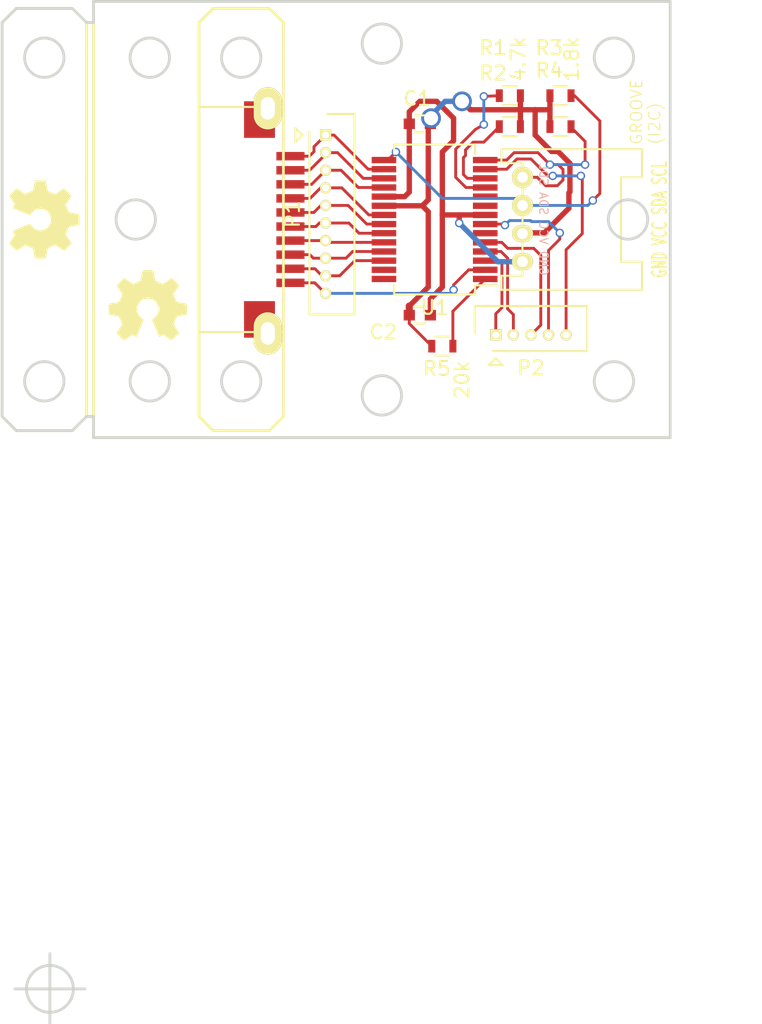
<source format=kicad_pcb>
(kicad_pcb (version 4) (host pcbnew 4.0.2+dfsg1-stable)

  (general
    (links 44)
    (no_connects 0)
    (area 78.68012 65.644799 137.0856 138.4246)
    (thickness 1.6)
    (drawings 60)
    (tracks 238)
    (zones 0)
    (modules 15)
    (nets 28)
  )

  (page A4)
  (title_block
    (date "26 jul 2013")
  )

  (layers
    (0 F.Cu signal)
    (31 B.Cu signal)
    (32 B.Adhes user)
    (33 F.Adhes user)
    (34 B.Paste user)
    (35 F.Paste user)
    (36 B.SilkS user)
    (37 F.SilkS user)
    (38 B.Mask user)
    (39 F.Mask user)
    (40 Dwgs.User user)
    (41 Cmts.User user)
    (42 Eco1.User user)
    (43 Eco2.User user)
    (44 Edge.Cuts user)
    (45 Margin user)
    (46 B.CrtYd user)
    (47 F.CrtYd user)
    (48 B.Fab user)
    (49 F.Fab user)
  )

  (setup
    (last_trace_width 0.25)
    (user_trace_width 0.127)
    (user_trace_width 0.2032)
    (user_trace_width 0.381)
    (user_trace_width 0.508)
    (user_trace_width 1.016)
    (user_trace_width 1.27)
    (user_trace_width 2.032)
    (user_trace_width 2.54)
    (trace_clearance 0.2)
    (zone_clearance 0.508)
    (zone_45_only yes)
    (trace_min 0.1238)
    (segment_width 0.2)
    (edge_width 0.2)
    (via_size 0.6)
    (via_drill 0.4)
    (via_min_size 0.4)
    (via_min_drill 0.3)
    (user_via 1.39954 1.00076)
    (user_via 1.39954 1.00076)
    (user_via 2.54 1.27)
    (user_via 2.54 1.27)
    (user_via 2.54 1.27)
    (user_via 2.54 1.27)
    (user_via 2.79908 1.99898)
    (user_via 2.79908 1.99898)
    (uvia_size 0.3)
    (uvia_drill 0.1)
    (uvias_allowed no)
    (uvia_min_size 0)
    (uvia_min_drill 0)
    (pcb_text_width 0.3)
    (pcb_text_size 1.5 1.5)
    (mod_edge_width 0.15)
    (mod_text_size 1 1)
    (mod_text_width 0.15)
    (pad_size 3 2)
    (pad_drill 1.6)
    (pad_to_mask_clearance 0.2)
    (aux_axis_origin 106.0856 81.2348)
    (grid_origin 106.0856 81.2448)
    (visible_elements FFFFFFFF)
    (pcbplotparams
      (layerselection 0x010f0_80000001)
      (usegerberextensions false)
      (excludeedgelayer true)
      (linewidth 0.100000)
      (plotframeref false)
      (viasonmask false)
      (mode 1)
      (useauxorigin false)
      (hpglpennumber 1)
      (hpglpenspeed 20)
      (hpglpendiameter 15)
      (hpglpenoverlay 2)
      (psnegative false)
      (psa4output false)
      (plotreference true)
      (plotvalue true)
      (plotinvisibletext false)
      (padsonsilk false)
      (subtractmaskfromsilk false)
      (outputformat 1)
      (mirror false)
      (drillshape 0)
      (scaleselection 1)
      (outputdirectory PCB20180726))
  )

  (net 0 "")
  (net 1 "Net-(P2-Pad2)")
  (net 2 "Net-(P2-Pad3)")
  (net 3 "Net-(P1-Pad2)")
  (net 4 "Net-(P1-Pad4)")
  (net 5 "Net-(P3-Pad4)")
  (net 6 "Net-(P2-Pad1)")
  (net 7 "Net-(P2-Pad4)")
  (net 8 "Net-(P2-Pad5)")
  (net 9 "Net-(C1-Pad1)")
  (net 10 "Net-(C1-Pad2)")
  (net 11 "Net-(P1-Pad1)")
  (net 12 "Net-(P1-Pad3)")
  (net 13 "Net-(P1-Pad5)")
  (net 14 "Net-(P1-Pad6)")
  (net 15 "Net-(P1-Pad7)")
  (net 16 "Net-(P1-Pad8)")
  (net 17 "Net-(P1-Pad9)")
  (net 18 "Net-(P1-Pad10)")
  (net 19 "Net-(P3-Pad3)")
  (net 20 "Net-(R1-Pad2)")
  (net 21 "Net-(R5-Pad2)")
  (net 22 "Net-(U1-Pad6)")
  (net 23 "Net-(U1-Pad9)")
  (net 24 "Net-(U1-Pad10)")
  (net 25 "Net-(U1-Pad27)")
  (net 26 "Net-(U1-Pad28)")
  (net 27 "Net-(R2-Pad2)")

  (net_class Default "これは標準のネット クラスです。"
    (clearance 0.2)
    (trace_width 0.25)
    (via_dia 0.6)
    (via_drill 0.4)
    (uvia_dia 0.3)
    (uvia_drill 0.1)
    (add_net "Net-(C1-Pad1)")
    (add_net "Net-(C1-Pad2)")
    (add_net "Net-(P1-Pad1)")
    (add_net "Net-(P1-Pad10)")
    (add_net "Net-(P1-Pad2)")
    (add_net "Net-(P1-Pad3)")
    (add_net "Net-(P1-Pad4)")
    (add_net "Net-(P1-Pad5)")
    (add_net "Net-(P1-Pad6)")
    (add_net "Net-(P1-Pad7)")
    (add_net "Net-(P1-Pad8)")
    (add_net "Net-(P1-Pad9)")
    (add_net "Net-(P2-Pad1)")
    (add_net "Net-(P2-Pad2)")
    (add_net "Net-(P2-Pad3)")
    (add_net "Net-(P2-Pad4)")
    (add_net "Net-(P2-Pad5)")
    (add_net "Net-(P3-Pad3)")
    (add_net "Net-(P3-Pad4)")
    (add_net "Net-(R1-Pad2)")
    (add_net "Net-(R2-Pad2)")
    (add_net "Net-(R5-Pad2)")
    (add_net "Net-(U1-Pad10)")
    (add_net "Net-(U1-Pad27)")
    (add_net "Net-(U1-Pad28)")
    (add_net "Net-(U1-Pad6)")
    (add_net "Net-(U1-Pad9)")
  )

  (module library:OSHW_LOGL_SYLK_5mm (layer F.Cu) (tedit 0) (tstamp 5B3C793D)
    (at 82.0856 81.2448 270)
    (descr OSHW)
    (tags OSHW)
    (fp_text reference OSHW (at 0 2.95148 270) (layer F.SilkS) hide
      (effects (font (size 0.254 0.254) (thickness 0.0508)))
    )
    (fp_text value 1.1 (at 0 -2.95148 270) (layer F.SilkS) hide
      (effects (font (size 0.254 0.254) (thickness 0.0508)))
    )
    (fp_poly (pts (xy -1.68656 2.49936) (xy -1.65608 2.48412) (xy -1.59258 2.44348) (xy -1.4986 2.38252)
      (xy -1.38938 2.30886) (xy -1.27762 2.23266) (xy -1.18872 2.1717) (xy -1.12522 2.13106)
      (xy -1.09728 2.11836) (xy -1.08458 2.12344) (xy -1.03124 2.14884) (xy -0.95504 2.18694)
      (xy -0.91186 2.2098) (xy -0.84074 2.24028) (xy -0.80772 2.24536) (xy -0.8001 2.23774)
      (xy -0.7747 2.1844) (xy -0.7366 2.09296) (xy -0.68326 1.97104) (xy -0.6223 1.83134)
      (xy -0.5588 1.67894) (xy -0.49276 1.524) (xy -0.4318 1.37414) (xy -0.37846 1.24206)
      (xy -0.33528 1.13284) (xy -0.3048 1.05918) (xy -0.29464 1.02616) (xy -0.29718 1.01854)
      (xy -0.33274 0.98552) (xy -0.3937 0.9398) (xy -0.52578 0.83312) (xy -0.65532 0.67056)
      (xy -0.73406 0.48514) (xy -0.762 0.28194) (xy -0.73914 0.09144) (xy -0.66294 -0.09144)
      (xy -0.53594 -0.254) (xy -0.38354 -0.37592) (xy -0.2032 -0.45466) (xy 0 -0.47752)
      (xy 0.19304 -0.4572) (xy 0.37846 -0.38354) (xy 0.54356 -0.25908) (xy 0.61214 -0.1778)
      (xy 0.70866 -0.0127) (xy 0.762 0.1651) (xy 0.76962 0.21082) (xy 0.75946 0.4064)
      (xy 0.70358 0.59182) (xy 0.59944 0.75946) (xy 0.4572 0.89662) (xy 0.43942 0.91186)
      (xy 0.37084 0.96012) (xy 0.32766 0.99568) (xy 0.2921 1.02362) (xy 0.54102 1.62306)
      (xy 0.58166 1.71704) (xy 0.65024 1.88214) (xy 0.70866 2.02184) (xy 0.75692 2.1336)
      (xy 0.78994 2.2098) (xy 0.80518 2.24028) (xy 0.80772 2.24028) (xy 0.82804 2.24536)
      (xy 0.87376 2.22758) (xy 0.95758 2.18694) (xy 1.01346 2.159) (xy 1.07696 2.12852)
      (xy 1.1049 2.11836) (xy 1.1303 2.13106) (xy 1.19126 2.16916) (xy 1.28016 2.23012)
      (xy 1.38684 2.30378) (xy 1.48844 2.37236) (xy 1.58242 2.43332) (xy 1.651 2.4765)
      (xy 1.68402 2.49428) (xy 1.6891 2.49428) (xy 1.71958 2.47904) (xy 1.77292 2.43332)
      (xy 1.8542 2.35712) (xy 1.97104 2.24282) (xy 1.98882 2.22504) (xy 2.0828 2.12852)
      (xy 2.159 2.04724) (xy 2.21234 1.99136) (xy 2.23012 1.96342) (xy 2.23012 1.96342)
      (xy 2.21234 1.9304) (xy 2.16916 1.86436) (xy 2.1082 1.76784) (xy 2.032 1.65608)
      (xy 1.83388 1.36906) (xy 1.9431 1.09728) (xy 1.97612 1.01346) (xy 2.0193 0.91186)
      (xy 2.04978 0.84074) (xy 2.06502 0.80772) (xy 2.0955 0.79756) (xy 2.16916 0.77978)
      (xy 2.27838 0.75692) (xy 2.40792 0.73406) (xy 2.52984 0.7112) (xy 2.63906 0.69088)
      (xy 2.72034 0.67564) (xy 2.7559 0.66802) (xy 2.76606 0.66294) (xy 2.77114 0.64516)
      (xy 2.77622 0.60706) (xy 2.77876 0.54102) (xy 2.7813 0.43434) (xy 2.7813 0.28194)
      (xy 2.7813 0.26416) (xy 2.77876 0.11684) (xy 2.77622 0.00254) (xy 2.77368 -0.07366)
      (xy 2.7686 -0.10414) (xy 2.7686 -0.10414) (xy 2.73304 -0.11176) (xy 2.6543 -0.12954)
      (xy 2.54508 -0.14986) (xy 2.413 -0.17526) (xy 2.40284 -0.1778) (xy 2.2733 -0.2032)
      (xy 2.16154 -0.22606) (xy 2.08534 -0.24384) (xy 2.05232 -0.254) (xy 2.0447 -0.26416)
      (xy 2.0193 -0.31496) (xy 1.9812 -0.39624) (xy 1.93802 -0.4953) (xy 1.89484 -0.59944)
      (xy 1.85674 -0.69088) (xy 1.83134 -0.762) (xy 1.82372 -0.79248) (xy 1.82626 -0.79248)
      (xy 1.84404 -0.8255) (xy 1.88976 -0.89408) (xy 1.95326 -0.98806) (xy 2.032 -1.09982)
      (xy 2.03708 -1.10744) (xy 2.11328 -1.2192) (xy 2.17424 -1.31318) (xy 2.21488 -1.38176)
      (xy 2.23012 -1.41224) (xy 2.23012 -1.41224) (xy 2.20472 -1.44526) (xy 2.14884 -1.50876)
      (xy 2.06756 -1.59512) (xy 1.9685 -1.69164) (xy 1.93802 -1.72212) (xy 1.83134 -1.8288)
      (xy 1.75514 -1.89738) (xy 1.70942 -1.93548) (xy 1.68656 -1.9431) (xy 1.68402 -1.9431)
      (xy 1.651 -1.92278) (xy 1.58242 -1.87706) (xy 1.4859 -1.81102) (xy 1.37414 -1.73482)
      (xy 1.36652 -1.72974) (xy 1.25476 -1.65354) (xy 1.16078 -1.59004) (xy 1.09474 -1.54686)
      (xy 1.0668 -1.52908) (xy 1.06172 -1.52908) (xy 1.016 -1.54432) (xy 0.93726 -1.57226)
      (xy 0.84074 -1.60782) (xy 0.7366 -1.651) (xy 0.64516 -1.6891) (xy 0.57404 -1.72212)
      (xy 0.54102 -1.7399) (xy 0.54102 -1.74244) (xy 0.52832 -1.78054) (xy 0.508 -1.86436)
      (xy 0.48514 -1.97866) (xy 0.45974 -2.11582) (xy 0.45466 -2.13868) (xy 0.42926 -2.27076)
      (xy 0.40894 -2.37998) (xy 0.3937 -2.45618) (xy 0.38608 -2.48666) (xy 0.36576 -2.49174)
      (xy 0.30226 -2.49682) (xy 0.2032 -2.49936) (xy 0.08382 -2.49936) (xy -0.04064 -2.49936)
      (xy -0.1651 -2.49682) (xy -0.26924 -2.49174) (xy -0.34544 -2.48666) (xy -0.37592 -2.48158)
      (xy -0.37592 -2.47904) (xy -0.38862 -2.4384) (xy -0.4064 -2.35458) (xy -0.42926 -2.24028)
      (xy -0.4572 -2.10312) (xy -0.46228 -2.07772) (xy -0.48514 -1.94564) (xy -0.508 -1.83896)
      (xy -0.52324 -1.76276) (xy -0.5334 -1.73482) (xy -0.54356 -1.7272) (xy -0.59944 -1.70434)
      (xy -0.68834 -1.66624) (xy -0.79756 -1.62306) (xy -1.05156 -1.51892) (xy -1.36398 -1.73482)
      (xy -1.39446 -1.7526) (xy -1.50622 -1.8288) (xy -1.59766 -1.8923) (xy -1.66116 -1.93294)
      (xy -1.6891 -1.94818) (xy -1.69164 -1.94564) (xy -1.72212 -1.92024) (xy -1.78308 -1.86182)
      (xy -1.86944 -1.778) (xy -1.96596 -1.68148) (xy -2.03962 -1.60782) (xy -2.12598 -1.52146)
      (xy -2.17932 -1.46304) (xy -2.2098 -1.42494) (xy -2.21996 -1.40208) (xy -2.21742 -1.38684)
      (xy -2.1971 -1.35382) (xy -2.15138 -1.28524) (xy -2.08788 -1.19126) (xy -2.01168 -1.0795)
      (xy -1.94818 -0.98806) (xy -1.88214 -0.88392) (xy -1.83642 -0.80772) (xy -1.82118 -0.77216)
      (xy -1.82626 -0.75692) (xy -1.84658 -0.69596) (xy -1.88468 -0.60198) (xy -1.9304 -0.49276)
      (xy -2.03962 -0.24638) (xy -2.20218 -0.21336) (xy -2.30124 -0.19558) (xy -2.4384 -0.17018)
      (xy -2.56794 -0.14478) (xy -2.77368 -0.10414) (xy -2.7813 0.6477) (xy -2.75082 0.66294)
      (xy -2.72034 0.67056) (xy -2.64414 0.68834) (xy -2.53492 0.70866) (xy -2.40792 0.73406)
      (xy -2.2987 0.75438) (xy -2.18694 0.7747) (xy -2.1082 0.78994) (xy -2.07264 0.79756)
      (xy -2.06502 0.80772) (xy -2.03708 0.86106) (xy -1.99898 0.94742) (xy -1.9558 1.04902)
      (xy -1.91008 1.15316) (xy -1.87198 1.25222) (xy -1.84404 1.32588) (xy -1.83388 1.36398)
      (xy -1.84912 1.39192) (xy -1.8923 1.45796) (xy -1.95326 1.5494) (xy -2.02692 1.65862)
      (xy -2.10058 1.76784) (xy -2.16408 1.86182) (xy -2.20726 1.92786) (xy -2.22758 1.95834)
      (xy -2.21742 1.9812) (xy -2.17424 2.032) (xy -2.09042 2.11836) (xy -1.9685 2.24028)
      (xy -1.94818 2.25806) (xy -1.85166 2.35204) (xy -1.76784 2.42824) (xy -1.71196 2.47904)
      (xy -1.68656 2.49936)) (layer F.SilkS) (width 0.00254))
  )

  (module library:Grove_I2C_Horisontal_4pin_2mmpitch (layer F.Cu) (tedit 5B5AB820) (tstamp 5B07A1DA)
    (at 116.0856 81.2448 90)
    (descr Grove_I2C_Horisontal_4pin_2mmpitch)
    (tags Grove_I2C_Horisontal_4pin_2mmpitch)
    (path /5B078B4C)
    (fp_text reference P3 (at 0 -2 90) (layer F.SilkS) hide
      (effects (font (size 1 1) (thickness 0.15)))
    )
    (fp_text value CONN_01X04 (at 0 10 90) (layer F.Fab) hide
      (effects (font (size 1 1) (thickness 0.15)))
    )
    (fp_text user "GND VCC SDA SCL" (at 0 9.75 90) (layer F.SilkS)
      (effects (font (size 1 0.6) (thickness 0.15)))
    )
    (fp_line (start -5 8.5) (end -3 8.5) (layer F.SilkS) (width 0.15))
    (fp_line (start -3 8.5) (end -3 7) (layer F.SilkS) (width 0.15))
    (fp_line (start -3 7) (end 3 7) (layer F.SilkS) (width 0.15))
    (fp_line (start -5 0) (end -5 -1.5) (layer F.SilkS) (width 0.15))
    (fp_line (start -5 -1.5) (end -4 -1.5) (layer F.SilkS) (width 0.15))
    (fp_line (start -4 -1.5) (end -4 0) (layer F.SilkS) (width 0.15))
    (fp_line (start -4 0) (end 4 0) (layer F.SilkS) (width 0.15))
    (fp_line (start 4 0) (end 4 -1.5) (layer F.SilkS) (width 0.15))
    (fp_line (start 4 -1.5) (end 5 -1.5) (layer F.SilkS) (width 0.15))
    (fp_line (start 5 -1.5) (end 5 8.5) (layer F.SilkS) (width 0.15))
    (fp_line (start 5 8.5) (end 3 8.5) (layer F.SilkS) (width 0.15))
    (fp_line (start 3 8.5) (end 3 7) (layer F.SilkS) (width 0.15))
    (fp_line (start -5 8.5) (end -5 0) (layer F.SilkS) (width 0.15))
    (pad 1 thru_hole oval (at -3 0 90) (size 1.2 1.5) (drill 0.762) (layers *.Cu *.Mask F.SilkS)
      (net 10 "Net-(C1-Pad2)"))
    (pad 2 thru_hole oval (at -1 0 90) (size 1.2 1.5) (drill 0.762) (layers *.Cu *.Mask F.SilkS)
      (net 9 "Net-(C1-Pad1)"))
    (pad 3 thru_hole circle (at 1 0 90) (size 1.5 1.5) (drill 0.762) (layers *.Cu *.Mask F.SilkS)
      (net 19 "Net-(P3-Pad3)"))
    (pad 4 thru_hole circle (at 3 0 90) (size 1.5 1.5) (drill 0.762) (layers *.Cu *.Mask F.SilkS)
      (net 5 "Net-(P3-Pad4)"))
  )

  (module Capacitors_SMD:C_0603 (layer F.Cu) (tedit 5B07AE09) (tstamp 5B07A1A7)
    (at 108.7856 74.4448 180)
    (descr "Capacitor SMD 0603, reflow soldering, AVX (see smccp.pdf)")
    (tags "capacitor 0603")
    (path /5B078D86)
    (attr smd)
    (fp_text reference C1 (at 0.2 1.8 180) (layer F.SilkS)
      (effects (font (size 1 1) (thickness 0.15)))
    )
    (fp_text value 0.1 (at 0 1.9 180) (layer F.Fab) hide
      (effects (font (size 1 1) (thickness 0.15)))
    )
    (fp_line (start -1.45 -0.75) (end 1.45 -0.75) (layer F.CrtYd) (width 0.05))
    (fp_line (start -1.45 0.75) (end 1.45 0.75) (layer F.CrtYd) (width 0.05))
    (fp_line (start -1.45 -0.75) (end -1.45 0.75) (layer F.CrtYd) (width 0.05))
    (fp_line (start 1.45 -0.75) (end 1.45 0.75) (layer F.CrtYd) (width 0.05))
    (fp_line (start -0.35 -0.6) (end 0.35 -0.6) (layer F.SilkS) (width 0.15))
    (fp_line (start 0.35 0.6) (end -0.35 0.6) (layer F.SilkS) (width 0.15))
    (pad 1 smd rect (at -0.75 0 180) (size 0.8 0.75) (layers F.Cu F.Paste F.Mask)
      (net 9 "Net-(C1-Pad1)"))
    (pad 2 smd rect (at 0.75 0 180) (size 0.8 0.75) (layers F.Cu F.Paste F.Mask)
      (net 10 "Net-(C1-Pad2)"))
    (model Capacitors_SMD.3dshapes/C_0603.wrl
      (at (xyz 0 0 0))
      (scale (xyz 1 1 1))
      (rotate (xyz 0 0 0))
    )
  )

  (module Capacitors_SMD:C_0603 (layer F.Cu) (tedit 5B07AD7B) (tstamp 5B07A1AD)
    (at 108.7856 88.0448)
    (descr "Capacitor SMD 0603, reflow soldering, AVX (see smccp.pdf)")
    (tags "capacitor 0603")
    (path /5B078E5E)
    (attr smd)
    (fp_text reference C2 (at -2.6 1.2) (layer F.SilkS)
      (effects (font (size 1 1) (thickness 0.15)))
    )
    (fp_text value 10 (at 0 1.9) (layer F.Fab) hide
      (effects (font (size 1 1) (thickness 0.15)))
    )
    (fp_line (start -1.45 -0.75) (end 1.45 -0.75) (layer F.CrtYd) (width 0.05))
    (fp_line (start -1.45 0.75) (end 1.45 0.75) (layer F.CrtYd) (width 0.05))
    (fp_line (start -1.45 -0.75) (end -1.45 0.75) (layer F.CrtYd) (width 0.05))
    (fp_line (start 1.45 -0.75) (end 1.45 0.75) (layer F.CrtYd) (width 0.05))
    (fp_line (start -0.35 -0.6) (end 0.35 -0.6) (layer F.SilkS) (width 0.15))
    (fp_line (start 0.35 0.6) (end -0.35 0.6) (layer F.SilkS) (width 0.15))
    (pad 1 smd rect (at -0.75 0) (size 0.8 0.75) (layers F.Cu F.Paste F.Mask)
      (net 9 "Net-(C1-Pad1)"))
    (pad 2 smd rect (at 0.75 0) (size 0.8 0.75) (layers F.Cu F.Paste F.Mask)
      (net 10 "Net-(C1-Pad2)"))
    (model Capacitors_SMD.3dshapes/C_0603.wrl
      (at (xyz 0 0 0))
      (scale (xyz 1 1 1))
      (rotate (xyz 0 0 0))
    )
  )

  (module Connectors_Molex:Connector_Molex_PicoBlade_53047-1010 (layer F.Cu) (tedit 5B07A4C0) (tstamp 5B07A1BB)
    (at 102.0856 75.2448 270)
    (descr "Molex PicoBlade 1.25mm shrouded header. Vertical. 10 ways")
    (path /5B0789B7)
    (fp_text reference P1 (at 5.625 2.35 270) (layer F.SilkS)
      (effects (font (size 1 1) (thickness 0.15)))
    )
    (fp_text value CONN_01X10 (at 5.625 -3.25 270) (layer F.Fab) hide
      (effects (font (size 1 1) (thickness 0.15)))
    )
    (fp_line (start -1.5 -0.12) (end -1.5 -2.05) (layer F.SilkS) (width 0.15))
    (fp_line (start -1.5 -2.05) (end 12.75 -2.05) (layer F.SilkS) (width 0.15))
    (fp_line (start 12.75 -2.05) (end 12.75 1.15) (layer F.SilkS) (width 0.15))
    (fp_line (start 12.75 1.15) (end -0.23 1.15) (layer F.SilkS) (width 0.15))
    (fp_line (start 0 1.65) (end 0.5 2.15) (layer F.SilkS) (width 0.15))
    (fp_line (start 0.5 2.15) (end -0.5 2.15) (layer F.SilkS) (width 0.15))
    (fp_line (start -0.5 2.15) (end 0 1.65) (layer F.SilkS) (width 0.15))
    (fp_line (start -0.23 1.15) (end -1.5 -0.12) (layer F.Fab) (width 0.2))
    (fp_line (start -1.5 -0.12) (end -1.5 -2.05) (layer F.Fab) (width 0.2))
    (fp_line (start -1.5 -2.05) (end 12.75 -2.05) (layer F.Fab) (width 0.2))
    (fp_line (start 12.75 -2.05) (end 12.75 1.15) (layer F.Fab) (width 0.2))
    (fp_line (start 12.75 1.15) (end -0.23 1.15) (layer F.Fab) (width 0.2))
    (pad 1 thru_hole rect (at 0 0 270) (size 0.8 0.8) (drill 0.5) (layers *.Cu *.Mask F.SilkS)
      (net 11 "Net-(P1-Pad1)"))
    (pad 2 thru_hole oval (at 1.25 0 270) (size 0.8 0.8) (drill 0.5) (layers *.Cu *.Mask F.SilkS)
      (net 3 "Net-(P1-Pad2)"))
    (pad 3 thru_hole oval (at 2.5 0 270) (size 0.8 0.8) (drill 0.5) (layers *.Cu *.Mask F.SilkS)
      (net 12 "Net-(P1-Pad3)"))
    (pad 4 thru_hole oval (at 3.75 0 270) (size 0.8 0.8) (drill 0.5) (layers *.Cu *.Mask F.SilkS)
      (net 4 "Net-(P1-Pad4)"))
    (pad 5 thru_hole oval (at 5 0 270) (size 0.8 0.8) (drill 0.5) (layers *.Cu *.Mask F.SilkS)
      (net 13 "Net-(P1-Pad5)"))
    (pad 6 thru_hole oval (at 6.25 0 270) (size 0.8 0.8) (drill 0.5) (layers *.Cu *.Mask F.SilkS)
      (net 14 "Net-(P1-Pad6)"))
    (pad 7 thru_hole oval (at 7.5 0 270) (size 0.8 0.8) (drill 0.5) (layers *.Cu *.Mask F.SilkS)
      (net 15 "Net-(P1-Pad7)"))
    (pad 8 thru_hole oval (at 8.75 0 270) (size 0.8 0.8) (drill 0.5) (layers *.Cu *.Mask F.SilkS)
      (net 16 "Net-(P1-Pad8)"))
    (pad 9 thru_hole oval (at 10 0 270) (size 0.8 0.8) (drill 0.5) (layers *.Cu *.Mask F.SilkS)
      (net 17 "Net-(P1-Pad9)"))
    (pad 10 thru_hole oval (at 11.25 0 270) (size 0.8 0.8) (drill 0.5) (layers *.Cu *.Mask F.SilkS)
      (net 18 "Net-(P1-Pad10)"))
  )

  (module Connectors_Molex:Connector_Molex_PicoBlade_53047-0510 (layer F.Cu) (tedit 5B07A5C2) (tstamp 5B07A1C4)
    (at 114.1856 89.4448)
    (descr "Molex PicoBlade 1.25mm shrouded header. Vertical. 5 ways")
    (path /5B078ACC)
    (fp_text reference P2 (at 2.5 2.35) (layer F.SilkS)
      (effects (font (size 1 1) (thickness 0.15)))
    )
    (fp_text value CONN_01X05 (at 2.5 -3.25) (layer F.Fab) hide
      (effects (font (size 1 1) (thickness 0.15)))
    )
    (fp_line (start -1.5 -0.12) (end -1.5 -2.05) (layer F.SilkS) (width 0.15))
    (fp_line (start -1.5 -2.05) (end 6.5 -2.05) (layer F.SilkS) (width 0.15))
    (fp_line (start 6.5 -2.05) (end 6.5 1.15) (layer F.SilkS) (width 0.15))
    (fp_line (start 6.5 1.15) (end -0.23 1.15) (layer F.SilkS) (width 0.15))
    (fp_line (start 0 1.65) (end 0.5 2.15) (layer F.SilkS) (width 0.15))
    (fp_line (start 0.5 2.15) (end -0.5 2.15) (layer F.SilkS) (width 0.15))
    (fp_line (start -0.5 2.15) (end 0 1.65) (layer F.SilkS) (width 0.15))
    (fp_line (start -0.23 1.15) (end -1.5 -0.12) (layer F.Fab) (width 0.2))
    (fp_line (start -1.5 -0.12) (end -1.5 -2.05) (layer F.Fab) (width 0.2))
    (fp_line (start -1.5 -2.05) (end 6.5 -2.05) (layer F.Fab) (width 0.2))
    (fp_line (start 6.5 -2.05) (end 6.5 1.15) (layer F.Fab) (width 0.2))
    (fp_line (start 6.5 1.15) (end -0.23 1.15) (layer F.Fab) (width 0.2))
    (pad 1 thru_hole rect (at 0 0) (size 0.8 0.8) (drill 0.5) (layers *.Cu *.Mask F.SilkS)
      (net 6 "Net-(P2-Pad1)"))
    (pad 2 thru_hole oval (at 1.25 0) (size 0.8 0.8) (drill 0.5) (layers *.Cu *.Mask F.SilkS)
      (net 1 "Net-(P2-Pad2)"))
    (pad 3 thru_hole oval (at 2.5 0) (size 0.8 0.8) (drill 0.5) (layers *.Cu *.Mask F.SilkS)
      (net 2 "Net-(P2-Pad3)"))
    (pad 4 thru_hole oval (at 3.75 0) (size 0.8 0.8) (drill 0.5) (layers *.Cu *.Mask F.SilkS)
      (net 7 "Net-(P2-Pad4)"))
    (pad 5 thru_hole oval (at 5 0) (size 0.8 0.8) (drill 0.5) (layers *.Cu *.Mask F.SilkS)
      (net 8 "Net-(P2-Pad5)"))
    (model Connectors_Molex.3dshapes/Connector_Molex_PicoBlade_53047-0510.wrl
      (at (xyz 0.0984252 0 0))
      (scale (xyz 1 1 1))
      (rotate (xyz 0 0 180))
    )
  )

  (module Resistors_SMD:R_0603 (layer F.Cu) (tedit 5B07ADF5) (tstamp 5B07A1E0)
    (at 115.1856 72.4448 180)
    (descr "Resistor SMD 0603, reflow soldering, Vishay (see dcrcw.pdf)")
    (tags "resistor 0603")
    (path /5B079279)
    (attr smd)
    (fp_text reference R1 (at 1.2 3.4 180) (layer F.SilkS)
      (effects (font (size 1 1) (thickness 0.15)))
    )
    (fp_text value 4.7k (at -0.6 2.6 270) (layer F.SilkS)
      (effects (font (size 1 1) (thickness 0.15)))
    )
    (fp_line (start -1.3 -0.8) (end 1.3 -0.8) (layer F.CrtYd) (width 0.05))
    (fp_line (start -1.3 0.8) (end 1.3 0.8) (layer F.CrtYd) (width 0.05))
    (fp_line (start -1.3 -0.8) (end -1.3 0.8) (layer F.CrtYd) (width 0.05))
    (fp_line (start 1.3 -0.8) (end 1.3 0.8) (layer F.CrtYd) (width 0.05))
    (fp_line (start 0.5 0.675) (end -0.5 0.675) (layer F.SilkS) (width 0.15))
    (fp_line (start -0.5 -0.675) (end 0.5 -0.675) (layer F.SilkS) (width 0.15))
    (pad 1 smd rect (at -0.75 0 180) (size 0.5 0.9) (layers F.Cu F.Paste F.Mask)
      (net 9 "Net-(C1-Pad1)"))
    (pad 2 smd rect (at 0.75 0 180) (size 0.5 0.9) (layers F.Cu F.Paste F.Mask)
      (net 20 "Net-(R1-Pad2)"))
    (model Resistors_SMD.3dshapes/R_0603.wrl
      (at (xyz 0 0 0))
      (scale (xyz 1 1 1))
      (rotate (xyz 0 0 0))
    )
  )

  (module Resistors_SMD:R_0603 (layer F.Cu) (tedit 5B07AE02) (tstamp 5B07A1E6)
    (at 115.1856 74.6448 180)
    (descr "Resistor SMD 0603, reflow soldering, Vishay (see dcrcw.pdf)")
    (tags "resistor 0603")
    (path /5B07930E)
    (attr smd)
    (fp_text reference R2 (at 1.2 3.8 180) (layer F.SilkS)
      (effects (font (size 1 1) (thickness 0.15)))
    )
    (fp_text value 4.7k (at 0.2 -4.2 180) (layer F.SilkS) hide
      (effects (font (size 1 1) (thickness 0.15)))
    )
    (fp_line (start -1.3 -0.8) (end 1.3 -0.8) (layer F.CrtYd) (width 0.05))
    (fp_line (start -1.3 0.8) (end 1.3 0.8) (layer F.CrtYd) (width 0.05))
    (fp_line (start -1.3 -0.8) (end -1.3 0.8) (layer F.CrtYd) (width 0.05))
    (fp_line (start 1.3 -0.8) (end 1.3 0.8) (layer F.CrtYd) (width 0.05))
    (fp_line (start 0.5 0.675) (end -0.5 0.675) (layer F.SilkS) (width 0.15))
    (fp_line (start -0.5 -0.675) (end 0.5 -0.675) (layer F.SilkS) (width 0.15))
    (pad 1 smd rect (at -0.75 0 180) (size 0.5 0.9) (layers F.Cu F.Paste F.Mask)
      (net 9 "Net-(C1-Pad1)"))
    (pad 2 smd rect (at 0.75 0 180) (size 0.5 0.9) (layers F.Cu F.Paste F.Mask)
      (net 27 "Net-(R2-Pad2)"))
    (model Resistors_SMD.3dshapes/R_0603.wrl
      (at (xyz 0 0 0))
      (scale (xyz 1 1 1))
      (rotate (xyz 0 0 0))
    )
  )

  (module Resistors_SMD:R_0603 (layer F.Cu) (tedit 5B07ADDA) (tstamp 5B07A1EC)
    (at 118.7856 72.4448)
    (descr "Resistor SMD 0603, reflow soldering, Vishay (see dcrcw.pdf)")
    (tags "resistor 0603")
    (path /5B0794BC)
    (attr smd)
    (fp_text reference R3 (at -0.8 -3.4) (layer F.SilkS)
      (effects (font (size 1 1) (thickness 0.15)))
    )
    (fp_text value 1.8k (at 0 1.9) (layer F.SilkS) hide
      (effects (font (size 1 1) (thickness 0.15)))
    )
    (fp_line (start -1.3 -0.8) (end 1.3 -0.8) (layer F.CrtYd) (width 0.05))
    (fp_line (start -1.3 0.8) (end 1.3 0.8) (layer F.CrtYd) (width 0.05))
    (fp_line (start -1.3 -0.8) (end -1.3 0.8) (layer F.CrtYd) (width 0.05))
    (fp_line (start 1.3 -0.8) (end 1.3 0.8) (layer F.CrtYd) (width 0.05))
    (fp_line (start 0.5 0.675) (end -0.5 0.675) (layer F.SilkS) (width 0.15))
    (fp_line (start -0.5 -0.675) (end 0.5 -0.675) (layer F.SilkS) (width 0.15))
    (pad 1 smd rect (at -0.75 0) (size 0.5 0.9) (layers F.Cu F.Paste F.Mask)
      (net 9 "Net-(C1-Pad1)"))
    (pad 2 smd rect (at 0.75 0) (size 0.5 0.9) (layers F.Cu F.Paste F.Mask)
      (net 19 "Net-(P3-Pad3)"))
    (model Resistors_SMD.3dshapes/R_0603.wrl
      (at (xyz 0 0 0))
      (scale (xyz 1 1 1))
      (rotate (xyz 0 0 0))
    )
  )

  (module Resistors_SMD:R_0603 (layer F.Cu) (tedit 5B07ADEA) (tstamp 5B07A1F2)
    (at 118.7856 74.6448)
    (descr "Resistor SMD 0603, reflow soldering, Vishay (see dcrcw.pdf)")
    (tags "resistor 0603")
    (path /5B079552)
    (attr smd)
    (fp_text reference R4 (at -0.8 -4) (layer F.SilkS)
      (effects (font (size 1 1) (thickness 0.15)))
    )
    (fp_text value 1.8k (at 0.8 -4.8 90) (layer F.SilkS)
      (effects (font (size 1 1) (thickness 0.15)))
    )
    (fp_line (start -1.3 -0.8) (end 1.3 -0.8) (layer F.CrtYd) (width 0.05))
    (fp_line (start -1.3 0.8) (end 1.3 0.8) (layer F.CrtYd) (width 0.05))
    (fp_line (start -1.3 -0.8) (end -1.3 0.8) (layer F.CrtYd) (width 0.05))
    (fp_line (start 1.3 -0.8) (end 1.3 0.8) (layer F.CrtYd) (width 0.05))
    (fp_line (start 0.5 0.675) (end -0.5 0.675) (layer F.SilkS) (width 0.15))
    (fp_line (start -0.5 -0.675) (end 0.5 -0.675) (layer F.SilkS) (width 0.15))
    (pad 1 smd rect (at -0.75 0) (size 0.5 0.9) (layers F.Cu F.Paste F.Mask)
      (net 9 "Net-(C1-Pad1)"))
    (pad 2 smd rect (at 0.75 0) (size 0.5 0.9) (layers F.Cu F.Paste F.Mask)
      (net 5 "Net-(P3-Pad4)"))
    (model Resistors_SMD.3dshapes/R_0603.wrl
      (at (xyz 0 0 0))
      (scale (xyz 1 1 1))
      (rotate (xyz 0 0 0))
    )
  )

  (module Resistors_SMD:R_0603 (layer F.Cu) (tedit 5B07AD84) (tstamp 5B07A1F8)
    (at 110.3856 90.2448)
    (descr "Resistor SMD 0603, reflow soldering, Vishay (see dcrcw.pdf)")
    (tags "resistor 0603")
    (path /5B078FD5)
    (attr smd)
    (fp_text reference R5 (at -0.4 1.6) (layer F.SilkS)
      (effects (font (size 1 1) (thickness 0.15)))
    )
    (fp_text value 20k (at 1.4 2.4 90) (layer F.SilkS)
      (effects (font (size 1 1) (thickness 0.15)))
    )
    (fp_line (start -1.3 -0.8) (end 1.3 -0.8) (layer F.CrtYd) (width 0.05))
    (fp_line (start -1.3 0.8) (end 1.3 0.8) (layer F.CrtYd) (width 0.05))
    (fp_line (start -1.3 -0.8) (end -1.3 0.8) (layer F.CrtYd) (width 0.05))
    (fp_line (start 1.3 -0.8) (end 1.3 0.8) (layer F.CrtYd) (width 0.05))
    (fp_line (start 0.5 0.675) (end -0.5 0.675) (layer F.SilkS) (width 0.15))
    (fp_line (start -0.5 -0.675) (end 0.5 -0.675) (layer F.SilkS) (width 0.15))
    (pad 1 smd rect (at -0.75 0) (size 0.5 0.9) (layers F.Cu F.Paste F.Mask)
      (net 9 "Net-(C1-Pad1)"))
    (pad 2 smd rect (at 0.75 0) (size 0.5 0.9) (layers F.Cu F.Paste F.Mask)
      (net 21 "Net-(R5-Pad2)"))
    (model Resistors_SMD.3dshapes/R_0603.wrl
      (at (xyz 0 0 0))
      (scale (xyz 1 1 1))
      (rotate (xyz 0 0 0))
    )
  )

  (module library:OSHW_LOGL_SYLK_5mm (layer F.Cu) (tedit 0) (tstamp 5B07B026)
    (at 89.4486 87.3408)
    (descr OSHW)
    (tags OSHW)
    (fp_text reference OSHW (at 0 2.95148) (layer F.SilkS) hide
      (effects (font (size 0.254 0.254) (thickness 0.0508)))
    )
    (fp_text value 1.1 (at 0 -2.95148) (layer F.SilkS) hide
      (effects (font (size 0.254 0.254) (thickness 0.0508)))
    )
    (fp_poly (pts (xy -1.68656 2.49936) (xy -1.65608 2.48412) (xy -1.59258 2.44348) (xy -1.4986 2.38252)
      (xy -1.38938 2.30886) (xy -1.27762 2.23266) (xy -1.18872 2.1717) (xy -1.12522 2.13106)
      (xy -1.09728 2.11836) (xy -1.08458 2.12344) (xy -1.03124 2.14884) (xy -0.95504 2.18694)
      (xy -0.91186 2.2098) (xy -0.84074 2.24028) (xy -0.80772 2.24536) (xy -0.8001 2.23774)
      (xy -0.7747 2.1844) (xy -0.7366 2.09296) (xy -0.68326 1.97104) (xy -0.6223 1.83134)
      (xy -0.5588 1.67894) (xy -0.49276 1.524) (xy -0.4318 1.37414) (xy -0.37846 1.24206)
      (xy -0.33528 1.13284) (xy -0.3048 1.05918) (xy -0.29464 1.02616) (xy -0.29718 1.01854)
      (xy -0.33274 0.98552) (xy -0.3937 0.9398) (xy -0.52578 0.83312) (xy -0.65532 0.67056)
      (xy -0.73406 0.48514) (xy -0.762 0.28194) (xy -0.73914 0.09144) (xy -0.66294 -0.09144)
      (xy -0.53594 -0.254) (xy -0.38354 -0.37592) (xy -0.2032 -0.45466) (xy 0 -0.47752)
      (xy 0.19304 -0.4572) (xy 0.37846 -0.38354) (xy 0.54356 -0.25908) (xy 0.61214 -0.1778)
      (xy 0.70866 -0.0127) (xy 0.762 0.1651) (xy 0.76962 0.21082) (xy 0.75946 0.4064)
      (xy 0.70358 0.59182) (xy 0.59944 0.75946) (xy 0.4572 0.89662) (xy 0.43942 0.91186)
      (xy 0.37084 0.96012) (xy 0.32766 0.99568) (xy 0.2921 1.02362) (xy 0.54102 1.62306)
      (xy 0.58166 1.71704) (xy 0.65024 1.88214) (xy 0.70866 2.02184) (xy 0.75692 2.1336)
      (xy 0.78994 2.2098) (xy 0.80518 2.24028) (xy 0.80772 2.24028) (xy 0.82804 2.24536)
      (xy 0.87376 2.22758) (xy 0.95758 2.18694) (xy 1.01346 2.159) (xy 1.07696 2.12852)
      (xy 1.1049 2.11836) (xy 1.1303 2.13106) (xy 1.19126 2.16916) (xy 1.28016 2.23012)
      (xy 1.38684 2.30378) (xy 1.48844 2.37236) (xy 1.58242 2.43332) (xy 1.651 2.4765)
      (xy 1.68402 2.49428) (xy 1.6891 2.49428) (xy 1.71958 2.47904) (xy 1.77292 2.43332)
      (xy 1.8542 2.35712) (xy 1.97104 2.24282) (xy 1.98882 2.22504) (xy 2.0828 2.12852)
      (xy 2.159 2.04724) (xy 2.21234 1.99136) (xy 2.23012 1.96342) (xy 2.23012 1.96342)
      (xy 2.21234 1.9304) (xy 2.16916 1.86436) (xy 2.1082 1.76784) (xy 2.032 1.65608)
      (xy 1.83388 1.36906) (xy 1.9431 1.09728) (xy 1.97612 1.01346) (xy 2.0193 0.91186)
      (xy 2.04978 0.84074) (xy 2.06502 0.80772) (xy 2.0955 0.79756) (xy 2.16916 0.77978)
      (xy 2.27838 0.75692) (xy 2.40792 0.73406) (xy 2.52984 0.7112) (xy 2.63906 0.69088)
      (xy 2.72034 0.67564) (xy 2.7559 0.66802) (xy 2.76606 0.66294) (xy 2.77114 0.64516)
      (xy 2.77622 0.60706) (xy 2.77876 0.54102) (xy 2.7813 0.43434) (xy 2.7813 0.28194)
      (xy 2.7813 0.26416) (xy 2.77876 0.11684) (xy 2.77622 0.00254) (xy 2.77368 -0.07366)
      (xy 2.7686 -0.10414) (xy 2.7686 -0.10414) (xy 2.73304 -0.11176) (xy 2.6543 -0.12954)
      (xy 2.54508 -0.14986) (xy 2.413 -0.17526) (xy 2.40284 -0.1778) (xy 2.2733 -0.2032)
      (xy 2.16154 -0.22606) (xy 2.08534 -0.24384) (xy 2.05232 -0.254) (xy 2.0447 -0.26416)
      (xy 2.0193 -0.31496) (xy 1.9812 -0.39624) (xy 1.93802 -0.4953) (xy 1.89484 -0.59944)
      (xy 1.85674 -0.69088) (xy 1.83134 -0.762) (xy 1.82372 -0.79248) (xy 1.82626 -0.79248)
      (xy 1.84404 -0.8255) (xy 1.88976 -0.89408) (xy 1.95326 -0.98806) (xy 2.032 -1.09982)
      (xy 2.03708 -1.10744) (xy 2.11328 -1.2192) (xy 2.17424 -1.31318) (xy 2.21488 -1.38176)
      (xy 2.23012 -1.41224) (xy 2.23012 -1.41224) (xy 2.20472 -1.44526) (xy 2.14884 -1.50876)
      (xy 2.06756 -1.59512) (xy 1.9685 -1.69164) (xy 1.93802 -1.72212) (xy 1.83134 -1.8288)
      (xy 1.75514 -1.89738) (xy 1.70942 -1.93548) (xy 1.68656 -1.9431) (xy 1.68402 -1.9431)
      (xy 1.651 -1.92278) (xy 1.58242 -1.87706) (xy 1.4859 -1.81102) (xy 1.37414 -1.73482)
      (xy 1.36652 -1.72974) (xy 1.25476 -1.65354) (xy 1.16078 -1.59004) (xy 1.09474 -1.54686)
      (xy 1.0668 -1.52908) (xy 1.06172 -1.52908) (xy 1.016 -1.54432) (xy 0.93726 -1.57226)
      (xy 0.84074 -1.60782) (xy 0.7366 -1.651) (xy 0.64516 -1.6891) (xy 0.57404 -1.72212)
      (xy 0.54102 -1.7399) (xy 0.54102 -1.74244) (xy 0.52832 -1.78054) (xy 0.508 -1.86436)
      (xy 0.48514 -1.97866) (xy 0.45974 -2.11582) (xy 0.45466 -2.13868) (xy 0.42926 -2.27076)
      (xy 0.40894 -2.37998) (xy 0.3937 -2.45618) (xy 0.38608 -2.48666) (xy 0.36576 -2.49174)
      (xy 0.30226 -2.49682) (xy 0.2032 -2.49936) (xy 0.08382 -2.49936) (xy -0.04064 -2.49936)
      (xy -0.1651 -2.49682) (xy -0.26924 -2.49174) (xy -0.34544 -2.48666) (xy -0.37592 -2.48158)
      (xy -0.37592 -2.47904) (xy -0.38862 -2.4384) (xy -0.4064 -2.35458) (xy -0.42926 -2.24028)
      (xy -0.4572 -2.10312) (xy -0.46228 -2.07772) (xy -0.48514 -1.94564) (xy -0.508 -1.83896)
      (xy -0.52324 -1.76276) (xy -0.5334 -1.73482) (xy -0.54356 -1.7272) (xy -0.59944 -1.70434)
      (xy -0.68834 -1.66624) (xy -0.79756 -1.62306) (xy -1.05156 -1.51892) (xy -1.36398 -1.73482)
      (xy -1.39446 -1.7526) (xy -1.50622 -1.8288) (xy -1.59766 -1.8923) (xy -1.66116 -1.93294)
      (xy -1.6891 -1.94818) (xy -1.69164 -1.94564) (xy -1.72212 -1.92024) (xy -1.78308 -1.86182)
      (xy -1.86944 -1.778) (xy -1.96596 -1.68148) (xy -2.03962 -1.60782) (xy -2.12598 -1.52146)
      (xy -2.17932 -1.46304) (xy -2.2098 -1.42494) (xy -2.21996 -1.40208) (xy -2.21742 -1.38684)
      (xy -2.1971 -1.35382) (xy -2.15138 -1.28524) (xy -2.08788 -1.19126) (xy -2.01168 -1.0795)
      (xy -1.94818 -0.98806) (xy -1.88214 -0.88392) (xy -1.83642 -0.80772) (xy -1.82118 -0.77216)
      (xy -1.82626 -0.75692) (xy -1.84658 -0.69596) (xy -1.88468 -0.60198) (xy -1.9304 -0.49276)
      (xy -2.03962 -0.24638) (xy -2.20218 -0.21336) (xy -2.30124 -0.19558) (xy -2.4384 -0.17018)
      (xy -2.56794 -0.14478) (xy -2.77368 -0.10414) (xy -2.7813 0.6477) (xy -2.75082 0.66294)
      (xy -2.72034 0.67056) (xy -2.64414 0.68834) (xy -2.53492 0.70866) (xy -2.40792 0.73406)
      (xy -2.2987 0.75438) (xy -2.18694 0.7747) (xy -2.1082 0.78994) (xy -2.07264 0.79756)
      (xy -2.06502 0.80772) (xy -2.03708 0.86106) (xy -1.99898 0.94742) (xy -1.9558 1.04902)
      (xy -1.91008 1.15316) (xy -1.87198 1.25222) (xy -1.84404 1.32588) (xy -1.83388 1.36398)
      (xy -1.84912 1.39192) (xy -1.8923 1.45796) (xy -1.95326 1.5494) (xy -2.02692 1.65862)
      (xy -2.10058 1.76784) (xy -2.16408 1.86182) (xy -2.20726 1.92786) (xy -2.22758 1.95834)
      (xy -2.21742 1.9812) (xy -2.17424 2.032) (xy -2.09042 2.11836) (xy -1.9685 2.24028)
      (xy -1.94818 2.25806) (xy -1.85166 2.35204) (xy -1.76784 2.42824) (xy -1.71196 2.47904)
      (xy -1.68656 2.49936)) (layer F.SilkS) (width 0.00254))
  )

  (module Housings_SSOP:SSOP-28_5.3x10.2mm_Pitch0.65mm (layer F.Cu) (tedit 54130A77) (tstamp 5B3C7D1B)
    (at 109.8356 81.2448 180)
    (descr "28-Lead Plastic Shrink Small Outline (SS)-5.30 mm Body [SSOP] (see Microchip Packaging Specification 00000049BS.pdf)")
    (tags "SSOP 0.65")
    (path /5B0787D0)
    (attr smd)
    (fp_text reference U1 (at 0 -6.25 180) (layer F.SilkS)
      (effects (font (size 1 1) (thickness 0.15)))
    )
    (fp_text value MTCH6102_SSOP28 (at 0 6.25 180) (layer F.Fab)
      (effects (font (size 1 1) (thickness 0.15)))
    )
    (fp_line (start -4.75 -5.5) (end -4.75 5.5) (layer F.CrtYd) (width 0.05))
    (fp_line (start 4.75 -5.5) (end 4.75 5.5) (layer F.CrtYd) (width 0.05))
    (fp_line (start -4.75 -5.5) (end 4.75 -5.5) (layer F.CrtYd) (width 0.05))
    (fp_line (start -4.75 5.5) (end 4.75 5.5) (layer F.CrtYd) (width 0.05))
    (fp_line (start -2.875 -5.325) (end -2.875 -4.675) (layer F.SilkS) (width 0.15))
    (fp_line (start 2.875 -5.325) (end 2.875 -4.675) (layer F.SilkS) (width 0.15))
    (fp_line (start 2.875 5.325) (end 2.875 4.675) (layer F.SilkS) (width 0.15))
    (fp_line (start -2.875 5.325) (end -2.875 4.675) (layer F.SilkS) (width 0.15))
    (fp_line (start -2.875 -5.325) (end 2.875 -5.325) (layer F.SilkS) (width 0.15))
    (fp_line (start -2.875 5.325) (end 2.875 5.325) (layer F.SilkS) (width 0.15))
    (fp_line (start -2.875 -4.675) (end -4.475 -4.675) (layer F.SilkS) (width 0.15))
    (pad 1 smd rect (at -3.6 -4.225 180) (size 1.75 0.45) (layers F.Cu F.Paste F.Mask)
      (net 21 "Net-(R5-Pad2)"))
    (pad 2 smd rect (at -3.6 -3.575 180) (size 1.75 0.45) (layers F.Cu F.Paste F.Mask)
      (net 18 "Net-(P1-Pad10)"))
    (pad 3 smd rect (at -3.6 -2.925 180) (size 1.75 0.45) (layers F.Cu F.Paste F.Mask)
      (net 6 "Net-(P2-Pad1)"))
    (pad 4 smd rect (at -3.6 -2.275 180) (size 1.75 0.45) (layers F.Cu F.Paste F.Mask)
      (net 1 "Net-(P2-Pad2)"))
    (pad 5 smd rect (at -3.6 -1.625 180) (size 1.75 0.45) (layers F.Cu F.Paste F.Mask)
      (net 2 "Net-(P2-Pad3)"))
    (pad 6 smd rect (at -3.6 -0.975 180) (size 1.75 0.45) (layers F.Cu F.Paste F.Mask)
      (net 22 "Net-(U1-Pad6)"))
    (pad 7 smd rect (at -3.6 -0.325 180) (size 1.75 0.45) (layers F.Cu F.Paste F.Mask)
      (net 7 "Net-(P2-Pad4)"))
    (pad 8 smd rect (at -3.6 0.325 180) (size 1.75 0.45) (layers F.Cu F.Paste F.Mask)
      (net 10 "Net-(C1-Pad2)"))
    (pad 9 smd rect (at -3.6 0.975 180) (size 1.75 0.45) (layers F.Cu F.Paste F.Mask)
      (net 23 "Net-(U1-Pad9)"))
    (pad 10 smd rect (at -3.6 1.625 180) (size 1.75 0.45) (layers F.Cu F.Paste F.Mask)
      (net 24 "Net-(U1-Pad10)"))
    (pad 11 smd rect (at -3.6 2.275 180) (size 1.75 0.45) (layers F.Cu F.Paste F.Mask)
      (net 20 "Net-(R1-Pad2)"))
    (pad 12 smd rect (at -3.6 2.925 180) (size 1.75 0.45) (layers F.Cu F.Paste F.Mask)
      (net 27 "Net-(R2-Pad2)"))
    (pad 13 smd rect (at -3.6 3.575 180) (size 1.75 0.45) (layers F.Cu F.Paste F.Mask)
      (net 8 "Net-(P2-Pad5)"))
    (pad 14 smd rect (at -3.6 4.225 180) (size 1.75 0.45) (layers F.Cu F.Paste F.Mask)
      (net 5 "Net-(P3-Pad4)"))
    (pad 15 smd rect (at 3.6 4.225 180) (size 1.75 0.45) (layers F.Cu F.Paste F.Mask)
      (net 19 "Net-(P3-Pad3)"))
    (pad 16 smd rect (at 3.6 3.575 180) (size 1.75 0.45) (layers F.Cu F.Paste F.Mask)
      (net 11 "Net-(P1-Pad1)"))
    (pad 17 smd rect (at 3.6 2.925 180) (size 1.75 0.45) (layers F.Cu F.Paste F.Mask)
      (net 3 "Net-(P1-Pad2)"))
    (pad 18 smd rect (at 3.6 2.275 180) (size 1.75 0.45) (layers F.Cu F.Paste F.Mask)
      (net 12 "Net-(P1-Pad3)"))
    (pad 19 smd rect (at 3.6 1.625 180) (size 1.75 0.45) (layers F.Cu F.Paste F.Mask)
      (net 10 "Net-(C1-Pad2)"))
    (pad 20 smd rect (at 3.6 0.975 180) (size 1.75 0.45) (layers F.Cu F.Paste F.Mask)
      (net 9 "Net-(C1-Pad1)"))
    (pad 21 smd rect (at 3.6 0.325 180) (size 1.75 0.45) (layers F.Cu F.Paste F.Mask)
      (net 4 "Net-(P1-Pad4)"))
    (pad 22 smd rect (at 3.6 -0.325 180) (size 1.75 0.45) (layers F.Cu F.Paste F.Mask)
      (net 13 "Net-(P1-Pad5)"))
    (pad 23 smd rect (at 3.6 -0.975 180) (size 1.75 0.45) (layers F.Cu F.Paste F.Mask)
      (net 14 "Net-(P1-Pad6)"))
    (pad 24 smd rect (at 3.6 -1.625 180) (size 1.75 0.45) (layers F.Cu F.Paste F.Mask)
      (net 15 "Net-(P1-Pad7)"))
    (pad 25 smd rect (at 3.6 -2.275 180) (size 1.75 0.45) (layers F.Cu F.Paste F.Mask)
      (net 16 "Net-(P1-Pad8)"))
    (pad 26 smd rect (at 3.6 -2.925 180) (size 1.75 0.45) (layers F.Cu F.Paste F.Mask)
      (net 17 "Net-(P1-Pad9)"))
    (pad 27 smd rect (at 3.6 -3.575 180) (size 1.75 0.45) (layers F.Cu F.Paste F.Mask)
      (net 25 "Net-(U1-Pad27)"))
    (pad 28 smd rect (at 3.6 -4.225 180) (size 1.75 0.45) (layers F.Cu F.Paste F.Mask)
      (net 26 "Net-(U1-Pad28)"))
    (model Housings_SSOP.3dshapes/SSOP-28_5.3x10.2mm_Pitch0.65mm.wrl
      (at (xyz 0 0 0))
      (scale (xyz 1 1 1))
      (rotate (xyz 0 0 0))
    )
  )

  (module library:FFC_CONNECTOR_1.0D-WTS-10P (layer F.Cu) (tedit 5B446D25) (tstamp 5B4475FB)
    (at 96.0856 81.2448 90)
    (descr FFC_CONNECTOR_1.0D-WTS-10P)
    (tags FFC_CONNECTOR_1.0D-WTS-10P)
    (path /5B446E65)
    (fp_text reference P4 (at 0 -2 90) (layer F.SilkS) hide
      (effects (font (size 1 1) (thickness 0.15)))
    )
    (fp_text value CONN_01X10 (at 0 5.5 90) (layer F.Fab) hide
      (effects (font (size 1 1) (thickness 0.15)))
    )
    (fp_line (start 0 3) (end -8 3) (layer F.SilkS) (width 0.15))
    (fp_line (start -8 3) (end -8 -3) (layer F.SilkS) (width 0.15))
    (fp_line (start -8 -3) (end 8 -3) (layer F.SilkS) (width 0.15))
    (fp_line (start 8 -3) (end 8 3) (layer F.SilkS) (width 0.15))
    (fp_line (start 8 3) (end 0 3) (layer F.SilkS) (width 0.15))
    (pad "" smd rect (at -7.1 1.3 90) (size 2.6 2.2) (layers F.Cu F.Paste F.Mask))
    (pad 1 smd rect (at 4.5 3.5 90) (size 0.6 2) (layers F.Cu F.Paste F.Mask)
      (net 11 "Net-(P1-Pad1)"))
    (pad 2 smd rect (at 3.5 3.5 90) (size 0.6 2) (layers F.Cu F.Paste F.Mask)
      (net 3 "Net-(P1-Pad2)"))
    (pad 3 smd rect (at 2.5 3.5 90) (size 0.6 2) (layers F.Cu F.Paste F.Mask)
      (net 12 "Net-(P1-Pad3)"))
    (pad 4 smd rect (at 1.5 3.5 90) (size 0.6 2) (layers F.Cu F.Paste F.Mask)
      (net 4 "Net-(P1-Pad4)"))
    (pad 5 smd rect (at 0.5 3.5 90) (size 0.6 2) (layers F.Cu F.Paste F.Mask)
      (net 13 "Net-(P1-Pad5)"))
    (pad 6 smd rect (at -0.5 3.5 90) (size 0.6 2) (layers F.Cu F.Paste F.Mask)
      (net 14 "Net-(P1-Pad6)"))
    (pad 7 smd rect (at -1.5 3.5 90) (size 0.6 2) (layers F.Cu F.Paste F.Mask)
      (net 15 "Net-(P1-Pad7)"))
    (pad 8 smd rect (at -2.5 3.5 90) (size 0.6 2) (layers F.Cu F.Paste F.Mask)
      (net 16 "Net-(P1-Pad8)"))
    (pad 9 smd rect (at -3.5 3.5 90) (size 0.6 2) (layers F.Cu F.Paste F.Mask)
      (net 17 "Net-(P1-Pad9)"))
    (pad 10 smd rect (at -4.5 3.5 90) (size 0.6 2) (layers F.Cu F.Paste F.Mask)
      (net 18 "Net-(P1-Pad10)"))
    (pad "" smd rect (at 7.1 1.3 90) (size 2.6 2.2) (layers F.Cu F.Paste F.Mask))
  )

  (module library:2x1_7.62mmScrewTerminal (layer F.Cu) (tedit 5B5AB93E) (tstamp 5B59FD65)
    (at 98.0856 83.2448 90)
    (fp_text reference REF** (at 0 -2.54 90) (layer F.SilkS) hide
      (effects (font (size 1 1) (thickness 0.15)))
    )
    (fp_text value 2x1_7.62mmScrewTerminal (at 0 2.54 90) (layer F.Fab) hide
      (effects (font (size 1 1) (thickness 0.15)))
    )
    (pad 1 thru_hole oval (at 9.905 -0.11 90) (size 3 2) (drill oval 1.6 1) (layers *.Cu *.Mask F.SilkS))
    (pad 2 thru_hole oval (at -6.095 -0.11 90) (size 3 2) (drill oval 1.6 1) (layers *.Cu *.Mask F.SilkS))
  )

  (gr_text "GROOVE\n(I2C)" (at 124.8356 75.9948 90) (layer F.SilkS)
    (effects (font (size 0.8 0.8) (thickness 0.09)) (justify left))
  )
  (gr_text "GND VCC SDA SDL" (at 117.5856 81.2448 270) (layer B.SilkS)
    (effects (font (size 0.6 0.58) (thickness 0.08)) (justify mirror))
  )
  (gr_line (start 85.5856 67.2448) (end 85.5856 65.7448) (angle 90) (layer Edge.Cuts) (width 0.2))
  (gr_line (start 85.0856 67.2448) (end 85.5856 67.2448) (angle 90) (layer Edge.Cuts) (width 0.2))
  (gr_line (start 85.5856 95.2448) (end 85.5856 96.7448) (angle 90) (layer Edge.Cuts) (width 0.2))
  (gr_line (start 85.0856 95.2448) (end 85.5856 95.2448) (angle 90) (layer Edge.Cuts) (width 0.2))
  (dimension 31 (width 0.3) (layer Eco1.User)
    (gr_text "31.000 mm" (at 130.4356 81.7448 90) (layer Eco1.User)
      (effects (font (size 1.5 1.5) (thickness 0.3)))
    )
    (feature1 (pts (xy 127.0856 66.2448) (xy 131.7856 66.2448)))
    (feature2 (pts (xy 127.0856 97.2448) (xy 131.7856 97.2448)))
    (crossbar (pts (xy 129.0856 97.2448) (xy 129.0856 66.2448)))
    (arrow1a (pts (xy 129.0856 66.2448) (xy 129.672021 67.371304)))
    (arrow1b (pts (xy 129.0856 66.2448) (xy 128.499179 67.371304)))
    (arrow2a (pts (xy 129.0856 97.2448) (xy 129.672021 96.118296)))
    (arrow2b (pts (xy 129.0856 97.2448) (xy 128.499179 96.118296)))
  )
  (dimension 48 (width 0.3) (layer Eco1.User)
    (gr_text "48.000 mm" (at 103.0856 100.5948) (layer Eco1.User)
      (effects (font (size 1.5 1.5) (thickness 0.3)))
    )
    (feature1 (pts (xy 127.0856 97.2448) (xy 127.0856 101.9448)))
    (feature2 (pts (xy 79.0856 97.2448) (xy 79.0856 101.9448)))
    (crossbar (pts (xy 79.0856 99.2448) (xy 127.0856 99.2448)))
    (arrow1a (pts (xy 127.0856 99.2448) (xy 125.959096 99.831221)))
    (arrow1b (pts (xy 127.0856 99.2448) (xy 125.959096 98.658379)))
    (arrow2a (pts (xy 79.0856 99.2448) (xy 80.212104 99.831221)))
    (arrow2b (pts (xy 79.0856 99.2448) (xy 80.212104 98.658379)))
  )
  (gr_line (start 79.0856 95.2448) (end 79.0856 67.2448) (angle 90) (layer Edge.Cuts) (width 0.2))
  (gr_line (start 80.0856 96.2448) (end 79.0856 95.2448) (angle 90) (layer Edge.Cuts) (width 0.2))
  (gr_line (start 84.0856 96.2448) (end 80.0856 96.2448) (angle 90) (layer Edge.Cuts) (width 0.2))
  (gr_line (start 85.0856 95.2448) (end 84.0856 96.2448) (angle 90) (layer Edge.Cuts) (width 0.2))
  (gr_line (start 84.0856 66.2448) (end 85.0856 67.2448) (angle 90) (layer Edge.Cuts) (width 0.2))
  (gr_line (start 80.0856 66.2448) (end 84.0856 66.2448) (angle 90) (layer Edge.Cuts) (width 0.2))
  (gr_line (start 79.0856 67.2448) (end 80.0856 66.2448) (angle 90) (layer Edge.Cuts) (width 0.2))
  (gr_circle (center 82.0856 69.7448) (end 83.4856 69.7448) (layer Edge.Cuts) (width 0.2) (tstamp 5B3C794F))
  (gr_circle (center 82.0856 92.7448) (end 83.4856 92.7448) (layer Edge.Cuts) (width 0.2) (tstamp 5B3C794E))
  (gr_line (start 84.0856 66.2448) (end 85.0856 67.2448) (angle 90) (layer F.SilkS) (width 0.2) (tstamp 5B3C794D))
  (gr_line (start 85.0856 67.2448) (end 85.0856 69.2448) (angle 90) (layer F.SilkS) (width 0.2) (tstamp 5B3C794C))
  (gr_line (start 85.0856 95.2448) (end 84.0856 96.2448) (angle 90) (layer F.SilkS) (width 0.2) (tstamp 5B3C794B))
  (gr_line (start 84.0856 96.2448) (end 80.0856 96.2448) (angle 90) (layer F.SilkS) (width 0.2) (tstamp 5B3C794A))
  (gr_line (start 80.0856 96.2448) (end 79.0856 95.2448) (angle 90) (layer F.SilkS) (width 0.2) (tstamp 5B3C7949))
  (gr_line (start 79.0856 67.2448) (end 80.0856 66.2448) (angle 90) (layer F.SilkS) (width 0.2) (tstamp 5B3C7948))
  (gr_line (start 85.0856 95.2448) (end 85.0856 75.2448) (angle 90) (layer F.SilkS) (width 0.2) (tstamp 5B3C7947))
  (gr_line (start 85.0856 67.2448) (end 84.0856 66.2448) (angle 90) (layer F.SilkS) (width 0.2) (tstamp 5B3C7946))
  (gr_line (start 84.0856 66.2448) (end 80.0856 66.2448) (angle 90) (layer F.SilkS) (width 0.2) (tstamp 5B3C7945))
  (gr_line (start 80.0856 66.2448) (end 79.0856 67.2448) (angle 90) (layer F.SilkS) (width 0.2) (tstamp 5B3C7944))
  (gr_line (start 79.0856 75.2448) (end 79.0856 95.2448) (angle 90) (layer F.SilkS) (width 0.2) (tstamp 5B3C7943))
  (gr_line (start 79.0856 67.2448) (end 79.0856 75.2448) (angle 90) (layer F.SilkS) (width 0.2) (tstamp 5B3C7942))
  (gr_line (start 85.0856 69.2448) (end 85.0856 75.2448) (angle 90) (layer F.SilkS) (width 0.2) (tstamp 5B3C7941))
  (gr_line (start 99.0856 69.2448) (end 99.0856 75.2448) (angle 90) (layer F.SilkS) (width 0.2))
  (gr_line (start 93.0856 67.2448) (end 93.0856 75.2448) (angle 90) (layer F.SilkS) (width 0.2))
  (gr_line (start 126.5856 65.7448) (end 85.5856 65.7448) (angle 90) (layer Edge.Cuts) (width 0.2))
  (gr_line (start 126.5856 96.7448) (end 126.5856 65.7448) (angle 90) (layer Edge.Cuts) (width 0.2))
  (gr_line (start 85.5856 96.7448) (end 126.5856 96.7448) (angle 90) (layer Edge.Cuts) (width 0.2))
  (gr_line (start 93.0856 75.2448) (end 93.0856 95.2448) (angle 90) (layer F.SilkS) (width 0.2))
  (gr_line (start 94.0856 66.2448) (end 93.0856 67.2448) (angle 90) (layer F.SilkS) (width 0.2))
  (gr_line (start 98.0856 66.2448) (end 94.0856 66.2448) (angle 90) (layer F.SilkS) (width 0.2))
  (gr_line (start 99.0856 67.2448) (end 98.0856 66.2448) (angle 90) (layer F.SilkS) (width 0.2))
  (gr_line (start 99.0856 95.2448) (end 99.0856 75.2448) (angle 90) (layer F.SilkS) (width 0.2))
  (gr_line (start 93.0856 67.2448) (end 94.0856 66.2448) (angle 90) (layer F.SilkS) (width 0.2))
  (gr_line (start 94.0856 96.2448) (end 93.0856 95.2448) (angle 90) (layer F.SilkS) (width 0.2))
  (gr_line (start 98.0856 96.2448) (end 94.0856 96.2448) (angle 90) (layer F.SilkS) (width 0.2))
  (gr_line (start 99.0856 95.2448) (end 98.0856 96.2448) (angle 90) (layer F.SilkS) (width 0.2))
  (gr_line (start 99.0856 67.2448) (end 99.0856 69.2448) (angle 90) (layer F.SilkS) (width 0.2))
  (gr_line (start 98.0856 66.2448) (end 99.0856 67.2448) (angle 90) (layer F.SilkS) (width 0.2))
  (gr_circle (center 96.0856 92.7448) (end 97.4856 92.7448) (layer Edge.Cuts) (width 0.2) (tstamp 5B07A301))
  (gr_circle (center 96.0856 69.7448) (end 97.4856 69.7448) (layer Edge.Cuts) (width 0.2) (tstamp 5B07A2F5))
  (gr_circle (center 123.5856 81.2448) (end 124.9856 81.2448) (layer Edge.Cuts) (width 0.2) (tstamp 5B07A0CA))
  (gr_circle (center 88.5856 81.2448) (end 89.9856 81.2448) (layer Edge.Cuts) (width 0.2) (tstamp 5B07A0C4))
  (gr_circle (center 106.0856 93.7448) (end 107.4856 93.7448) (layer Edge.Cuts) (width 0.2) (tstamp 5B07A0BE))
  (gr_circle (center 106.0856 68.7448) (end 107.4856 68.7448) (layer Edge.Cuts) (width 0.2) (tstamp 5B07A09F))
  (gr_circle (center 89.5856 92.7448) (end 90.9856 92.7448) (layer Edge.Cuts) (width 0.2) (tstamp 5B079F99))
  (gr_circle (center 122.5856 92.7448) (end 123.9856 92.7448) (layer Edge.Cuts) (width 0.2) (tstamp 5B079F94))
  (gr_circle (center 122.5856 69.7448) (end 123.9856 69.7448) (layer Edge.Cuts) (width 0.2) (tstamp 5B079F8E))
  (gr_circle (center 89.5856 69.7448) (end 90.9856 69.7448) (layer Edge.Cuts) (width 0.2))
  (gr_line (start 85.5856 96.7448) (end 85.5856 65.7448) (angle 90) (layer F.SilkS) (width 0.2))
  (gr_line (start 126.5856 96.7448) (end 85.5856 96.7448) (angle 90) (layer F.SilkS) (width 0.2))
  (gr_line (start 85.5856 65.7448) (end 126.5856 65.7448) (angle 90) (layer F.SilkS) (width 0.2))
  (target plus (at 82.484 135.9246) (size 5) (width 0.2) (layer Edge.Cuts))

  (segment (start 115.4356 89.4448) (end 115.4356 88.004) (width 0.2032) (layer F.Cu) (net 1))
  (segment (start 114.5582 83.5198) (end 113.4356 83.5198) (width 0.2032) (layer F.Cu) (net 1) (tstamp 5B598752))
  (segment (start 115.0264 83.988) (end 114.5582 83.5198) (width 0.2032) (layer F.Cu) (net 1) (tstamp 5B598751))
  (segment (start 115.0264 87.5948) (end 115.0264 83.988) (width 0.2032) (layer F.Cu) (net 1) (tstamp 5B59874E))
  (segment (start 115.4356 88.004) (end 115.0264 87.5948) (width 0.2032) (layer F.Cu) (net 1) (tstamp 5B59874D))
  (segment (start 113.4356 82.8698) (end 114.6106 82.8698) (width 0.2032) (layer F.Cu) (net 2))
  (segment (start 114.6106 82.8698) (end 115.0356 83.2948) (width 0.2032) (layer F.Cu) (net 2) (tstamp 5B3C8080))
  (segment (start 115.0356 83.2948) (end 116.8856 83.2948) (width 0.2032) (layer F.Cu) (net 2) (tstamp 5B3C8082))
  (segment (start 116.8856 83.2948) (end 117.3856 83.7948) (width 0.2032) (layer F.Cu) (net 2) (tstamp 5B3C8083))
  (segment (start 117.3856 83.7948) (end 117.3856 88.7448) (width 0.2032) (layer F.Cu) (net 2) (tstamp 5B3C8085))
  (segment (start 117.3856 88.7448) (end 116.6856 89.4448) (width 0.2032) (layer F.Cu) (net 2) (tstamp 5B3C8086))
  (segment (start 114.5126 82.8698) (end 113.4356 82.8698) (width 0.127) (layer F.Cu) (net 2))
  (segment (start 99.5856 77.7448) (end 100.9496 77.7448) (width 0.2032) (layer F.Cu) (net 3))
  (segment (start 100.9496 77.7448) (end 102.0856 76.6088) (width 0.2032) (layer F.Cu) (net 3) (tstamp 5B447633))
  (segment (start 102.0856 76.6088) (end 102.0856 76.4948) (width 0.127) (layer F.Cu) (net 3) (tstamp 5B447634))
  (segment (start 102.9356 76.4948) (end 102.0856 76.4948) (width 0.2032) (layer F.Cu) (net 3) (tstamp 5B07A5E4))
  (segment (start 106.2356 78.3198) (end 104.7606 78.3198) (width 0.2032) (layer F.Cu) (net 3))
  (segment (start 104.7606 78.3198) (end 102.9356 76.4948) (width 0.2032) (layer F.Cu) (net 3) (tstamp 5B07A5E2))
  (segment (start 102.0856 78.9948) (end 101.7316 78.9948) (width 0.127) (layer F.Cu) (net 4))
  (segment (start 101.7316 78.9948) (end 100.9816 79.7448) (width 0.2032) (layer F.Cu) (net 4) (tstamp 5B447629))
  (segment (start 100.9816 79.7448) (end 99.5856 79.7448) (width 0.2032) (layer F.Cu) (net 4) (tstamp 5B44762A))
  (segment (start 102.0856 78.9948) (end 103.2356 78.9948) (width 0.2032) (layer F.Cu) (net 4))
  (segment (start 105.1606 80.9198) (end 106.2356 80.9198) (width 0.2032) (layer F.Cu) (net 4) (tstamp 5B07A7CF))
  (segment (start 103.2356 78.9948) (end 105.1606 80.9198) (width 0.2032) (layer F.Cu) (net 4) (tstamp 5B07A7CC))
  (segment (start 118.3665 78.8448) (end 118.559898 78.8448) (width 0.2032) (layer F.Cu) (net 5))
  (segment (start 118.6194 77.3448) (end 118.0356 77.3448) (width 0.2032) (layer F.Cu) (net 5) (tstamp 5B5987C4))
  (segment (start 118.966598 77.691998) (end 118.6194 77.3448) (width 0.2032) (layer F.Cu) (net 5) (tstamp 5B5987C3))
  (segment (start 118.966598 78.4381) (end 118.966598 77.691998) (width 0.2032) (layer F.Cu) (net 5) (tstamp 5B5987C2))
  (segment (start 118.559898 78.8448) (end 118.966598 78.4381) (width 0.2032) (layer F.Cu) (net 5) (tstamp 5B5987C1))
  (segment (start 119.5356 74.6448) (end 119.5356 74.6948) (width 0.127) (layer F.Cu) (net 5))
  (segment (start 119.5356 74.6948) (end 120.5356 75.6948) (width 0.2032) (layer F.Cu) (net 5) (tstamp 5B3C80D5))
  (segment (start 120.5356 75.6948) (end 120.5356 77.3448) (width 0.2032) (layer F.Cu) (net 5) (tstamp 5B3C80D6))
  (via (at 120.5356 77.3448) (size 0.6) (drill 0.4) (layers F.Cu B.Cu) (net 5))
  (segment (start 120.0856 77.3448) (end 120.5356 77.3448) (width 0.2032) (layer B.Cu) (net 5) (tstamp 5B3C7F42))
  (segment (start 118.0356 77.3448) (end 120.0856 77.3448) (width 0.2032) (layer B.Cu) (net 5) (tstamp 5B3C7F41))
  (via (at 118.0356 77.3448) (size 0.6) (drill 0.4) (layers F.Cu B.Cu) (net 5))
  (segment (start 116.0856 78.2448) (end 117.1356 78.2448) (width 0.2032) (layer F.Cu) (net 5))
  (segment (start 117.1356 78.2448) (end 117.7356 78.8448) (width 0.2032) (layer F.Cu) (net 5) (tstamp 5B3C7F78))
  (segment (start 117.7356 78.8448) (end 118.3665 78.8448) (width 0.2032) (layer F.Cu) (net 5) (tstamp 5B3C7F7D))
  (segment (start 113.4356 77.0198) (end 114.9606 77.0198) (width 0.2032) (layer F.Cu) (net 5))
  (segment (start 114.9606 77.0198) (end 115.4856 76.4948) (width 0.2032) (layer F.Cu) (net 5) (tstamp 5B3C7F39))
  (segment (start 115.4856 76.4948) (end 117.1856 76.4948) (width 0.2032) (layer F.Cu) (net 5) (tstamp 5B3C7F3B))
  (segment (start 117.1856 76.4948) (end 118.0356 77.3448) (width 0.2032) (layer F.Cu) (net 5) (tstamp 5B3C7F3D))
  (segment (start 113.4356 84.1698) (end 114.3954 84.1698) (width 0.2032) (layer F.Cu) (net 6))
  (segment (start 114.623198 87.507202) (end 114.1856 87.9448) (width 0.2032) (layer F.Cu) (net 6) (tstamp 5B59875D))
  (segment (start 114.623198 84.397598) (end 114.623198 87.507202) (width 0.2032) (layer F.Cu) (net 6) (tstamp 5B598758))
  (segment (start 114.3954 84.1698) (end 114.623198 84.397598) (width 0.2032) (layer F.Cu) (net 6) (tstamp 5B598755))
  (segment (start 114.1856 87.9448) (end 114.1856 89.4448) (width 0.2032) (layer F.Cu) (net 6) (tstamp 5B3C7D5D))
  (segment (start 114.1106 84.1698) (end 113.4356 84.1698) (width 0.127) (layer F.Cu) (net 6) (tstamp 5B07ACA8))
  (segment (start 113.4356 81.5698) (end 114.7606 81.5698) (width 0.2032) (layer F.Cu) (net 7) (tstamp 5B3C8039))
  (segment (start 113.4356 81.5698) (end 114.1126 81.5698) (width 0.127) (layer F.Cu) (net 7))
  (segment (start 117.9356 89.4448) (end 117.9356 83.4448) (width 0.2032) (layer F.Cu) (net 7))
  (segment (start 117.9356 83.4448) (end 118.7356 82.6448) (width 0.2032) (layer F.Cu) (net 7) (tstamp 5B3C8013))
  (segment (start 116.6618 81.321) (end 116.7356 81.3948) (width 0.2032) (layer B.Cu) (net 7) (tstamp 5B598789))
  (segment (start 117.9356 81.3948) (end 116.7356 81.3948) (width 0.2032) (layer B.Cu) (net 7) (tstamp 5B3C801C))
  (segment (start 118.7356 82.1948) (end 117.9356 81.3948) (width 0.2032) (layer B.Cu) (net 7) (tstamp 5B3C801B))
  (via (at 118.7356 82.1948) (size 0.6) (drill 0.4) (layers F.Cu B.Cu) (net 7))
  (segment (start 118.7356 82.6448) (end 118.7356 82.1948) (width 0.2032) (layer F.Cu) (net 7) (tstamp 5B3C8018))
  (segment (start 116.7356 81.3948) (end 116.6856 81.3448) (width 0.2032) (layer B.Cu) (net 7) (tstamp 5B3C801E))
  (segment (start 115.1356 81.3448) (end 115.1677 81.3448) (width 0.2032) (layer B.Cu) (net 7))
  (segment (start 114.8356 81.6448) (end 114.7606 81.5698) (width 0.2032) (layer F.Cu) (net 7) (tstamp 5B3C8038))
  (via (at 114.8356 81.6448) (size 0.6) (drill 0.4) (layers F.Cu B.Cu) (net 7))
  (segment (start 115.1356 81.3448) (end 114.8356 81.6448) (width 0.2032) (layer B.Cu) (net 7) (tstamp 5B3C8033))
  (segment (start 115.1915 81.321) (end 116.6618 81.321) (width 0.2032) (layer B.Cu) (net 7) (tstamp 5B598787))
  (segment (start 115.1677 81.3448) (end 115.1915 81.321) (width 0.2032) (layer B.Cu) (net 7) (tstamp 5B598785))
  (segment (start 113.4356 77.6698) (end 114.9606 77.6698) (width 0.2032) (layer F.Cu) (net 8))
  (segment (start 114.9606 77.6698) (end 115.6856 76.9448) (width 0.2032) (layer F.Cu) (net 8) (tstamp 5B3C7F5A))
  (segment (start 115.6856 76.9448) (end 116.6856 76.9448) (width 0.2032) (layer F.Cu) (net 8) (tstamp 5B3C7F5D))
  (segment (start 116.6856 76.9448) (end 117.8856 78.1448) (width 0.2032) (layer F.Cu) (net 8) (tstamp 5B3C7F5F))
  (segment (start 117.8856 78.1448) (end 118.2356 78.1448) (width 0.2032) (layer F.Cu) (net 8) (tstamp 5B3C7F61))
  (via (at 118.2356 78.1448) (size 0.6) (drill 0.4) (layers F.Cu B.Cu) (net 8))
  (segment (start 118.2356 78.1448) (end 120.2356 78.1448) (width 0.2032) (layer B.Cu) (net 8) (tstamp 5B3C7F68))
  (via (at 120.2356 78.1448) (size 0.6) (drill 0.4) (layers F.Cu B.Cu) (net 8))
  (segment (start 120.2356 78.1448) (end 120.3356 78.2448) (width 0.2032) (layer F.Cu) (net 8) (tstamp 5B3C7F6B))
  (segment (start 120.3356 78.2448) (end 120.3356 82.2448) (width 0.2032) (layer F.Cu) (net 8) (tstamp 5B3C7F6C))
  (segment (start 120.3356 82.2448) (end 119.1856 83.3948) (width 0.2032) (layer F.Cu) (net 8) (tstamp 5B3C7F6D))
  (segment (start 119.1856 83.3948) (end 119.1856 89.4448) (width 0.2032) (layer F.Cu) (net 8) (tstamp 5B3C7F6E))
  (segment (start 114.1126 77.6698) (end 113.4356 77.6698) (width 0.127) (layer F.Cu) (net 8))
  (segment (start 115.698188 82.513332) (end 115.698188 82.507388) (width 0.381) (layer F.Cu) (net 9) (tstamp 5B3C7D6B))
  (segment (start 115.70116 82.51036) (end 115.698188 82.513332) (width 0.381) (layer F.Cu) (net 9) (tstamp 5B3C7D6A))
  (segment (start 118.14875 76.40795) (end 118.60965 76.40795) (width 0.381) (layer F.Cu) (net 9))
  (segment (start 119.4587 79.2763) (end 119.3856 79.3494) (width 0.381) (layer F.Cu) (net 9) (tstamp 5B5987B8))
  (segment (start 119.4587 77.257) (end 119.4587 79.2763) (width 0.381) (layer F.Cu) (net 9) (tstamp 5B5987B7))
  (segment (start 118.60965 76.40795) (end 119.4587 77.257) (width 0.381) (layer F.Cu) (net 9) (tstamp 5B5987B6))
  (segment (start 115.5856 73.4448) (end 112.3856 73.4448) (width 0.381) (layer F.Cu) (net 9))
  (segment (start 112.3856 73.4448) (end 111.7856 72.8448) (width 0.381) (layer F.Cu) (net 9) (tstamp 5B3C817E))
  (segment (start 116.9856 73.4448) (end 116.9856 75.2448) (width 0.381) (layer F.Cu) (net 9))
  (segment (start 118.0356 76.2948) (end 118.14875 76.40795) (width 0.381) (layer F.Cu) (net 9) (tstamp 5B3C80E4))
  (segment (start 117.9856 76.2448) (end 118.0356 76.2948) (width 0.381) (layer F.Cu) (net 9) (tstamp 5B07AB7B))
  (segment (start 119.3856 79.3494) (end 119.3856 80.4448) (width 0.381) (layer F.Cu) (net 9) (tstamp 5B5987BB))
  (segment (start 119.3856 80.4448) (end 117.6356 82.1948) (width 0.381) (layer F.Cu) (net 9) (tstamp 5B07AB80))
  (segment (start 116.9856 75.2448) (end 117.9856 76.2448) (width 0.381) (layer F.Cu) (net 9) (tstamp 5B3C80F7))
  (segment (start 115.9356 74.6448) (end 115.9356 74.3948) (width 0.381) (layer F.Cu) (net 9))
  (segment (start 117.6356 82.1948) (end 116.1356 82.1948) (width 0.381) (layer F.Cu) (net 9))
  (segment (start 116.1356 82.1948) (end 116.0856 82.2448) (width 0.381) (layer F.Cu) (net 9) (tstamp 5B3C8073))
  (segment (start 106.2356 80.2698) (end 107.7356 80.2698) (width 0.381) (layer F.Cu) (net 9))
  (segment (start 107.7356 80.2698) (end 108.9606 80.2698) (width 0.381) (layer F.Cu) (net 9))
  (segment (start 108.0356 88.0448) (end 108.0356 88.6448) (width 0.2032) (layer F.Cu) (net 9))
  (segment (start 108.0356 88.6448) (end 109.6356 90.2448) (width 0.2032) (layer F.Cu) (net 9) (tstamp 5B3C7D40))
  (segment (start 108.0356 88.0448) (end 108.0356 87.3948) (width 0.508) (layer F.Cu) (net 9))
  (segment (start 108.0356 87.3948) (end 109.3856 86.0448) (width 0.381) (layer F.Cu) (net 9) (tstamp 5B07A875))
  (segment (start 109.3856 86.0448) (end 109.3856 80.6948) (width 0.381) (layer F.Cu) (net 9) (tstamp 5B07A877))
  (segment (start 109.3856 80.6948) (end 108.9606 80.2698) (width 0.381) (layer F.Cu) (net 9) (tstamp 5B07A87B))
  (segment (start 109.7856 90.6448) (end 109.6356 90.2448) (width 0.127) (layer F.Cu) (net 9) (tstamp 5B07AD8C))
  (segment (start 109.5356 74.4448) (end 109.5356 74.0948) (width 0.381) (layer F.Cu) (net 9))
  (segment (start 109.5356 74.0948) (end 109.5856 74.0448) (width 0.381) (layer F.Cu) (net 9) (tstamp 5B07ABB1))
  (segment (start 111.7856 72.8448) (end 112.3856 73.4448) (width 0.381) (layer F.Cu) (net 9) (tstamp 5B07ABBB))
  (via (at 111.7856 72.8448) (size 1.39954) (drill 1.00076) (layers F.Cu B.Cu) (net 9))
  (segment (start 110.5856 72.8448) (end 111.7856 72.8448) (width 0.381) (layer B.Cu) (net 9) (tstamp 5B07ABB7))
  (segment (start 109.5856 73.8448) (end 110.5856 72.8448) (width 0.381) (layer B.Cu) (net 9) (tstamp 5B07ABB6))
  (segment (start 109.5856 74.0448) (end 109.5856 73.8448) (width 0.381) (layer B.Cu) (net 9) (tstamp 5B07ABB5))
  (via (at 109.5856 74.0448) (size 1.39954) (drill 1.00076) (layers F.Cu B.Cu) (net 9))
  (segment (start 115.9856 73.4448) (end 115.5856 73.4448) (width 0.381) (layer F.Cu) (net 9))
  (segment (start 117.6356 82.1948) (end 117.5856 82.2448) (width 0.381) (layer F.Cu) (net 9) (tstamp 5B3C8071))
  (segment (start 115.9356 73.4448) (end 115.9856 73.4448) (width 0.381) (layer F.Cu) (net 9))
  (segment (start 115.9856 73.4448) (end 116.9856 73.4448) (width 0.381) (layer F.Cu) (net 9) (tstamp 5B07AB9E))
  (segment (start 116.9856 73.4448) (end 118.0356 73.4448) (width 0.381) (layer F.Cu) (net 9) (tstamp 5B07AB79))
  (segment (start 118.0356 72.4448) (end 118.0356 73.4448) (width 0.381) (layer F.Cu) (net 9))
  (segment (start 118.0356 73.4448) (end 118.0356 74.6448) (width 0.381) (layer F.Cu) (net 9) (tstamp 5B07A89E))
  (segment (start 115.9356 72.4448) (end 115.9356 73.4448) (width 0.381) (layer F.Cu) (net 9))
  (segment (start 115.9356 73.4448) (end 115.9356 74.6448) (width 0.381) (layer F.Cu) (net 9) (tstamp 5B07A899))
  (segment (start 109.3856 79.8448) (end 109.3856 74.5948) (width 0.381) (layer F.Cu) (net 9) (tstamp 5B07A85C))
  (segment (start 108.9606 80.2698) (end 109.3856 79.8448) (width 0.381) (layer F.Cu) (net 9) (tstamp 5B07A85B))
  (segment (start 109.3856 74.5948) (end 109.5356 74.4448) (width 0.381) (layer F.Cu) (net 9) (tstamp 5B07A85D))
  (segment (start 111.5856 80.9198) (end 111.5856 81.4948) (width 0.381) (layer F.Cu) (net 10))
  (segment (start 114.3356 84.2448) (end 116.0856 84.2448) (width 0.381) (layer B.Cu) (net 10) (tstamp 5B3C805F))
  (segment (start 111.5856 81.4948) (end 114.3356 84.2448) (width 0.381) (layer B.Cu) (net 10) (tstamp 5B3C805E))
  (via (at 111.5856 81.4948) (size 0.6) (drill 0.4) (layers F.Cu B.Cu) (net 10))
  (segment (start 110.3856 76.4448) (end 110.3856 80.8448) (width 0.381) (layer F.Cu) (net 10) (tstamp 5B07A8CD))
  (segment (start 110.3856 76.4448) (end 111.1856 75.6448) (width 0.381) (layer F.Cu) (net 10) (tstamp 5B07A8B7))
  (segment (start 111.1856 75.6448) (end 111.1856 74.0448) (width 0.381) (layer F.Cu) (net 10) (tstamp 5B07A8BB))
  (segment (start 111.1856 74.0448) (end 109.9856 72.8448) (width 0.381) (layer F.Cu) (net 10) (tstamp 5B07A8BC))
  (segment (start 109.9856 72.8448) (end 108.7856 72.8448) (width 0.381) (layer F.Cu) (net 10) (tstamp 5B07A8BE))
  (segment (start 110.3856 86.0448) (end 110.3856 80.8448) (width 0.381) (layer F.Cu) (net 10) (tstamp 5B07A8B6))
  (segment (start 110.3856 80.9198) (end 110.3856 80.8448) (width 0.381) (layer F.Cu) (net 10) (tstamp 5B07A8C9))
  (segment (start 114.1106 80.9198) (end 113.4356 80.9198) (width 0.381) (layer F.Cu) (net 10))
  (segment (start 113.4356 80.9198) (end 111.5856 80.9198) (width 0.381) (layer F.Cu) (net 10))
  (segment (start 111.5856 80.9198) (end 110.3856 80.9198) (width 0.381) (layer F.Cu) (net 10) (tstamp 5B3C8059))
  (segment (start 108.0356 74.4448) (end 108.0356 79.2948) (width 0.381) (layer F.Cu) (net 10))
  (segment (start 107.7106 79.6198) (end 106.2356 79.6198) (width 0.381) (layer F.Cu) (net 10) (tstamp 5B3C7D9A))
  (segment (start 108.0356 79.2948) (end 107.7106 79.6198) (width 0.381) (layer F.Cu) (net 10) (tstamp 5B3C7D99))
  (segment (start 108.0356 74.4448) (end 108.0356 73.5948) (width 0.381) (layer F.Cu) (net 10))
  (segment (start 108.7856 72.8448) (end 108.0356 73.5948) (width 0.381) (layer F.Cu) (net 10) (tstamp 5B07A8BF))
  (segment (start 109.5356 88.0448) (end 109.5356 86.8948) (width 0.381) (layer F.Cu) (net 10))
  (segment (start 109.5356 86.8948) (end 110.3856 86.0448) (width 0.381) (layer F.Cu) (net 10) (tstamp 5B07A8B1))
  (segment (start 99.5856 76.7448) (end 100.9336 76.7448) (width 0.2032) (layer F.Cu) (net 11))
  (segment (start 100.9336 76.7448) (end 101.2596 76.4188) (width 0.2032) (layer F.Cu) (net 11) (tstamp 5B447637))
  (segment (start 101.2596 76.4188) (end 101.2596 76.0708) (width 0.2032) (layer F.Cu) (net 11) (tstamp 5B447638))
  (segment (start 101.2596 76.0708) (end 102.0856 75.2448) (width 0.2032) (layer F.Cu) (net 11) (tstamp 5B447639))
  (segment (start 105.1106 77.6698) (end 106.2356 77.6698) (width 0.2032) (layer F.Cu) (net 11) (tstamp 5B07A5DE))
  (segment (start 102.0856 75.2448) (end 102.6856 75.2448) (width 0.2032) (layer F.Cu) (net 11))
  (segment (start 102.6856 75.2448) (end 105.1106 77.6698) (width 0.2032) (layer F.Cu) (net 11) (tstamp 5B07A5DC))
  (segment (start 102.0856 77.7448) (end 102.0856 77.7518) (width 0.127) (layer F.Cu) (net 12))
  (segment (start 102.0856 77.7518) (end 101.0926 78.7448) (width 0.2032) (layer F.Cu) (net 12) (tstamp 5B44762E))
  (segment (start 101.0926 78.7448) (end 99.5856 78.7448) (width 0.2032) (layer F.Cu) (net 12) (tstamp 5B44762F))
  (segment (start 104.4106 78.9698) (end 106.2356 78.9698) (width 0.2032) (layer F.Cu) (net 12) (tstamp 5B07A5EA))
  (segment (start 102.0856 77.7448) (end 103.1856 77.7448) (width 0.2032) (layer F.Cu) (net 12))
  (segment (start 103.1856 77.7448) (end 104.4106 78.9698) (width 0.2032) (layer F.Cu) (net 12) (tstamp 5B07A5E8))
  (segment (start 102.0856 80.2448) (end 101.7516 80.2448) (width 0.127) (layer F.Cu) (net 13))
  (segment (start 101.7516 80.2448) (end 101.2516 80.7448) (width 0.2032) (layer F.Cu) (net 13) (tstamp 5B447612))
  (segment (start 101.2516 80.7448) (end 99.5856 80.7448) (width 0.2032) (layer F.Cu) (net 13) (tstamp 5B447613))
  (segment (start 106.2356 81.5698) (end 105.0106 81.5698) (width 0.2032) (layer F.Cu) (net 13))
  (segment (start 103.6856 80.2448) (end 102.0856 80.2448) (width 0.2032) (layer F.Cu) (net 13) (tstamp 5B07A7D5))
  (segment (start 105.0106 81.5698) (end 103.6856 80.2448) (width 0.2032) (layer F.Cu) (net 13) (tstamp 5B07A7D3))
  (segment (start 102.0856 81.4948) (end 101.6446 81.4948) (width 0.2032) (layer F.Cu) (net 14))
  (segment (start 101.6446 81.4948) (end 101.3946 81.7448) (width 0.2032) (layer F.Cu) (net 14) (tstamp 5B447616))
  (segment (start 101.3946 81.7448) (end 99.5856 81.7448) (width 0.2032) (layer F.Cu) (net 14) (tstamp 5B447617))
  (segment (start 104.4606 82.2198) (end 106.2356 82.2198) (width 0.2032) (layer F.Cu) (net 14) (tstamp 5B07A7DB))
  (segment (start 102.0856 81.4948) (end 103.7356 81.4948) (width 0.2032) (layer F.Cu) (net 14))
  (segment (start 103.7356 81.4948) (end 104.4606 82.2198) (width 0.2032) (layer F.Cu) (net 14) (tstamp 5B07A7D9))
  (segment (start 102.0856 82.7448) (end 99.5856 82.7448) (width 0.2032) (layer F.Cu) (net 15))
  (segment (start 106.2356 82.8698) (end 102.2106 82.8698) (width 0.2032) (layer F.Cu) (net 15))
  (segment (start 102.2106 82.8698) (end 102.0856 82.7448) (width 0.127) (layer F.Cu) (net 15) (tstamp 5B07A7DF))
  (segment (start 102.0856 83.9948) (end 101.2156 83.9948) (width 0.2032) (layer F.Cu) (net 16))
  (segment (start 101.2156 83.9948) (end 100.9656 83.7448) (width 0.2032) (layer F.Cu) (net 16) (tstamp 5B44761C))
  (segment (start 100.9656 83.7448) (end 99.5856 83.7448) (width 0.2032) (layer F.Cu) (net 16) (tstamp 5B44761D))
  (segment (start 104.0106 83.5198) (end 106.2356 83.5198) (width 0.2032) (layer F.Cu) (net 16) (tstamp 5B07A7E3))
  (segment (start 102.0856 83.9948) (end 103.5356 83.9948) (width 0.2032) (layer F.Cu) (net 16))
  (segment (start 103.5356 83.9948) (end 104.0106 83.5198) (width 0.2032) (layer F.Cu) (net 16) (tstamp 5B07A7E2))
  (segment (start 102.0856 85.2448) (end 101.8306 85.2448) (width 0.127) (layer F.Cu) (net 17))
  (segment (start 101.8306 85.2448) (end 101.3306 84.7448) (width 0.2032) (layer F.Cu) (net 17) (tstamp 5B447620))
  (segment (start 101.3306 84.7448) (end 99.5856 84.7448) (width 0.2032) (layer F.Cu) (net 17) (tstamp 5B447621))
  (segment (start 106.2356 84.1698) (end 104.1606 84.1698) (width 0.2032) (layer F.Cu) (net 17))
  (segment (start 103.0856 85.2448) (end 102.0856 85.2448) (width 0.2032) (layer F.Cu) (net 17) (tstamp 5B07A7E8))
  (segment (start 104.1606 84.1698) (end 103.0856 85.2448) (width 0.2032) (layer F.Cu) (net 17) (tstamp 5B07A7E6))
  (segment (start 113.4356 84.8198) (end 112.2606 84.8198) (width 0.2032) (layer F.Cu) (net 18))
  (segment (start 111.1856 85.8948) (end 111.1856 86.2448) (width 0.2032) (layer F.Cu) (net 18) (tstamp 5B59871E))
  (segment (start 112.2606 84.8198) (end 111.1856 85.8948) (width 0.2032) (layer F.Cu) (net 18) (tstamp 5B59871B))
  (segment (start 102.0856 86.4948) (end 102.0646 86.4948) (width 0.127) (layer F.Cu) (net 18))
  (segment (start 102.0646 86.4948) (end 101.3146 85.7448) (width 0.2032) (layer F.Cu) (net 18) (tstamp 5B447624))
  (segment (start 101.3146 85.7448) (end 99.5856 85.7448) (width 0.2032) (layer F.Cu) (net 18) (tstamp 5B447625))
  (segment (start 103.6856 86.4948) (end 102.0856 86.4948) (width 0.2032) (layer B.Cu) (net 18))
  (segment (start 113.4356 84.8198) (end 112.6106 84.8198) (width 0.127) (layer F.Cu) (net 18))
  (segment (start 110.9356 86.4948) (end 103.6856 86.4948) (width 0.2032) (layer B.Cu) (net 18) (tstamp 5B07AA1B))
  (via (at 111.1856 86.2448) (size 0.6) (drill 0.4) (layers F.Cu B.Cu) (net 18))
  (segment (start 111.1856 86.2448) (end 110.9356 86.4948) (width 0.2032) (layer B.Cu) (net 18) (tstamp 5B07AA1A))
  (segment (start 103.6856 86.4948) (end 103.5856 86.4948) (width 0.127) (layer B.Cu) (net 18) (tstamp 5B3C7DC9))
  (segment (start 119.5356 72.4448) (end 119.7856 72.4448) (width 0.127) (layer F.Cu) (net 19))
  (segment (start 119.7856 72.4448) (end 121.5856 74.2448) (width 0.2032) (layer F.Cu) (net 19) (tstamp 5B3C80C9))
  (segment (start 121.5856 74.2448) (end 121.5856 79.3948) (width 0.2032) (layer F.Cu) (net 19) (tstamp 5B3C80CB))
  (segment (start 121.5856 79.3948) (end 121.0856 79.8948) (width 0.2032) (layer F.Cu) (net 19) (tstamp 5B3C80D0))
  (segment (start 116.0856 80.2448) (end 120.7356 80.2448) (width 0.2032) (layer B.Cu) (net 19))
  (segment (start 120.7356 80.2448) (end 121.0856 79.8948) (width 0.2032) (layer B.Cu) (net 19) (tstamp 5B3C7FD0))
  (via (at 121.0856 79.8948) (size 0.6) (drill 0.4) (layers F.Cu B.Cu) (net 19))
  (segment (start 121.0856 79.8948) (end 121.4856 79.4948) (width 0.127) (layer F.Cu) (net 19) (tstamp 5B3C7FD3))
  (segment (start 107.0856 76.4448) (end 110.3856 79.7448) (width 0.2032) (layer B.Cu) (net 19))
  (segment (start 110.3856 79.7448) (end 115.5856 79.7448) (width 0.2032) (layer B.Cu) (net 19) (tstamp 5B3C7FC5))
  (segment (start 115.5856 79.7448) (end 116.0856 80.2448) (width 0.127) (layer B.Cu) (net 19) (tstamp 5B3C7FC7))
  (segment (start 107.4356 76.7948) (end 107.0856 76.4448) (width 0.127) (layer B.Cu) (net 19) (tstamp 5B3C7DB3))
  (segment (start 107.0856 76.4448) (end 106.5106 77.0198) (width 0.2032) (layer F.Cu) (net 19) (tstamp 5B3C7DB6))
  (via (at 107.0856 76.4448) (size 0.6) (drill 0.4) (layers F.Cu B.Cu) (net 19))
  (segment (start 106.5106 77.0198) (end 106.2356 77.0198) (width 0.127) (layer F.Cu) (net 19) (tstamp 5B3C7DB7))
  (segment (start 106.2356 77.0198) (end 106.0606 77.0198) (width 0.127) (layer F.Cu) (net 19))
  (segment (start 112.3356 78.9698) (end 112.0606 78.9698) (width 0.2032) (layer F.Cu) (net 20))
  (segment (start 113.3356 74.4948) (end 113.3356 72.4948) (width 0.2032) (layer B.Cu) (net 20) (tstamp 5B07AC69))
  (via (at 113.3356 72.4948) (size 0.6) (drill 0.4) (layers F.Cu B.Cu) (net 20))
  (segment (start 113.3356 72.4948) (end 114.4356 72.4448) (width 0.2032) (layer F.Cu) (net 20) (tstamp 5B07AC6C))
  (via (at 113.3356 74.4948) (size 0.6) (drill 0.4) (layers F.Cu B.Cu) (net 20))
  (segment (start 113.4356 78.9698) (end 112.3356 78.9698) (width 0.2032) (layer F.Cu) (net 20))
  (segment (start 112.0606 78.9698) (end 111.3356 78.2448) (width 0.2032) (layer F.Cu) (net 20) (tstamp 5B5986B2))
  (segment (start 111.3356 78.2448) (end 111.3356 76.2448) (width 0.2032) (layer F.Cu) (net 20) (tstamp 5B5986B3))
  (segment (start 111.3356 76.2448) (end 112.7356 74.8448) (width 0.2032) (layer F.Cu) (net 20) (tstamp 5B5986B4))
  (segment (start 112.7356 74.8448) (end 113.3356 74.4948) (width 0.2032) (layer F.Cu) (net 20) (tstamp 5B5986B9))
  (segment (start 113.5106 79.0448) (end 113.4356 78.9698) (width 0.127) (layer F.Cu) (net 20) (tstamp 5B07AA01))
  (segment (start 111.1356 90.2448) (end 111.1356 87.7698) (width 0.2032) (layer F.Cu) (net 21))
  (segment (start 111.1356 87.7698) (end 113.4356 85.4698) (width 0.2032) (layer F.Cu) (net 21) (tstamp 5B07AD8D))
  (segment (start 112.9356 85.9698) (end 113.4356 85.4698) (width 0.127) (layer F.Cu) (net 21) (tstamp 5B07AA0B))
  (segment (start 112.0356 76.6948) (end 112.0356 76.2948) (width 0.2032) (layer F.Cu) (net 27))
  (segment (start 112.1606 78.3198) (end 111.8856 78.0448) (width 0.2032) (layer F.Cu) (net 27) (tstamp 5B3C7D7F))
  (segment (start 111.8856 78.0448) (end 111.8856 76.8448) (width 0.2032) (layer F.Cu) (net 27) (tstamp 5B3C7D80))
  (segment (start 111.8856 76.8448) (end 112.0356 76.6948) (width 0.2032) (layer F.Cu) (net 27) (tstamp 5B3C7D81))
  (segment (start 113.4356 78.3198) (end 112.1606 78.3198) (width 0.2032) (layer F.Cu) (net 27))
  (segment (start 112.0356 76.2948) (end 112.5856 75.7448) (width 0.2032) (layer F.Cu) (net 27) (tstamp 5B3C8144))
  (segment (start 112.5856 75.7448) (end 113.3356 75.7448) (width 0.2032) (layer F.Cu) (net 27) (tstamp 5B3C8145))
  (segment (start 113.3356 75.7448) (end 114.4356 74.6448) (width 0.2032) (layer F.Cu) (net 27) (tstamp 5B3C8147))
  (segment (start 113.5606 78.4448) (end 113.4356 78.3198) (width 0.127) (layer F.Cu) (net 27) (tstamp 5B07A9CF))
  (segment (start 112.6606 78.3198) (end 113.4356 78.3198) (width 0.127) (layer F.Cu) (net 27) (tstamp 5B07AC57))
  (segment (start 114.4356 74.6448) (end 114.4356 74.9948) (width 0.127) (layer F.Cu) (net 27))

)

</source>
